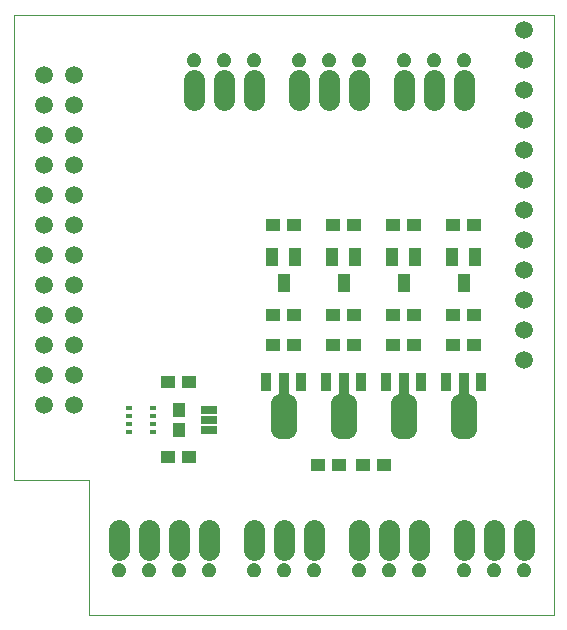
<source format=gts>
G75*
%MOIN*%
%OFA0B0*%
%FSLAX25Y25*%
%IPPOS*%
%LPD*%
%AMOC8*
5,1,8,0,0,1.08239X$1,22.5*
%
%ADD10C,0.00000*%
%ADD11C,0.05943*%
%ADD12C,0.06896*%
%ADD13C,0.04731*%
%ADD14R,0.03550X0.05912*%
%ADD15R,0.03550X0.07880*%
%ADD16C,0.06300*%
%ADD17R,0.04337X0.05912*%
%ADD18R,0.04731X0.04337*%
%ADD19R,0.05400X0.02900*%
%ADD20R,0.04337X0.04731*%
%ADD21R,0.02369X0.01778*%
D10*
X0062595Y0031433D02*
X0062595Y0076433D01*
X0037595Y0076433D01*
X0037595Y0231433D01*
X0217595Y0231433D01*
X0217595Y0031433D01*
X0062595Y0031433D01*
X0070430Y0046433D02*
X0070432Y0046526D01*
X0070438Y0046618D01*
X0070448Y0046710D01*
X0070462Y0046801D01*
X0070479Y0046892D01*
X0070501Y0046982D01*
X0070526Y0047071D01*
X0070555Y0047159D01*
X0070588Y0047245D01*
X0070625Y0047330D01*
X0070665Y0047414D01*
X0070709Y0047495D01*
X0070756Y0047575D01*
X0070806Y0047653D01*
X0070860Y0047728D01*
X0070917Y0047801D01*
X0070977Y0047871D01*
X0071040Y0047939D01*
X0071106Y0048004D01*
X0071174Y0048066D01*
X0071245Y0048126D01*
X0071319Y0048182D01*
X0071395Y0048235D01*
X0071473Y0048284D01*
X0071553Y0048331D01*
X0071635Y0048373D01*
X0071719Y0048413D01*
X0071804Y0048448D01*
X0071891Y0048480D01*
X0071979Y0048509D01*
X0072068Y0048533D01*
X0072158Y0048554D01*
X0072249Y0048570D01*
X0072341Y0048583D01*
X0072433Y0048592D01*
X0072526Y0048597D01*
X0072618Y0048598D01*
X0072711Y0048595D01*
X0072803Y0048588D01*
X0072895Y0048577D01*
X0072986Y0048562D01*
X0073077Y0048544D01*
X0073167Y0048521D01*
X0073255Y0048495D01*
X0073343Y0048465D01*
X0073429Y0048431D01*
X0073513Y0048394D01*
X0073596Y0048352D01*
X0073677Y0048308D01*
X0073757Y0048260D01*
X0073834Y0048209D01*
X0073908Y0048154D01*
X0073981Y0048096D01*
X0074051Y0048036D01*
X0074118Y0047972D01*
X0074182Y0047906D01*
X0074244Y0047836D01*
X0074302Y0047765D01*
X0074357Y0047691D01*
X0074409Y0047614D01*
X0074458Y0047535D01*
X0074504Y0047455D01*
X0074546Y0047372D01*
X0074584Y0047288D01*
X0074619Y0047202D01*
X0074650Y0047115D01*
X0074677Y0047027D01*
X0074700Y0046937D01*
X0074720Y0046847D01*
X0074736Y0046756D01*
X0074748Y0046664D01*
X0074756Y0046572D01*
X0074760Y0046479D01*
X0074760Y0046387D01*
X0074756Y0046294D01*
X0074748Y0046202D01*
X0074736Y0046110D01*
X0074720Y0046019D01*
X0074700Y0045929D01*
X0074677Y0045839D01*
X0074650Y0045751D01*
X0074619Y0045664D01*
X0074584Y0045578D01*
X0074546Y0045494D01*
X0074504Y0045411D01*
X0074458Y0045331D01*
X0074409Y0045252D01*
X0074357Y0045175D01*
X0074302Y0045101D01*
X0074244Y0045030D01*
X0074182Y0044960D01*
X0074118Y0044894D01*
X0074051Y0044830D01*
X0073981Y0044770D01*
X0073908Y0044712D01*
X0073834Y0044657D01*
X0073757Y0044606D01*
X0073678Y0044558D01*
X0073596Y0044514D01*
X0073513Y0044472D01*
X0073429Y0044435D01*
X0073343Y0044401D01*
X0073255Y0044371D01*
X0073167Y0044345D01*
X0073077Y0044322D01*
X0072986Y0044304D01*
X0072895Y0044289D01*
X0072803Y0044278D01*
X0072711Y0044271D01*
X0072618Y0044268D01*
X0072526Y0044269D01*
X0072433Y0044274D01*
X0072341Y0044283D01*
X0072249Y0044296D01*
X0072158Y0044312D01*
X0072068Y0044333D01*
X0071979Y0044357D01*
X0071891Y0044386D01*
X0071804Y0044418D01*
X0071719Y0044453D01*
X0071635Y0044493D01*
X0071553Y0044535D01*
X0071473Y0044582D01*
X0071395Y0044631D01*
X0071319Y0044684D01*
X0071245Y0044740D01*
X0071174Y0044800D01*
X0071106Y0044862D01*
X0071040Y0044927D01*
X0070977Y0044995D01*
X0070917Y0045065D01*
X0070860Y0045138D01*
X0070806Y0045213D01*
X0070756Y0045291D01*
X0070709Y0045371D01*
X0070665Y0045452D01*
X0070625Y0045536D01*
X0070588Y0045621D01*
X0070555Y0045707D01*
X0070526Y0045795D01*
X0070501Y0045884D01*
X0070479Y0045974D01*
X0070462Y0046065D01*
X0070448Y0046156D01*
X0070438Y0046248D01*
X0070432Y0046340D01*
X0070430Y0046433D01*
X0080430Y0046433D02*
X0080432Y0046526D01*
X0080438Y0046618D01*
X0080448Y0046710D01*
X0080462Y0046801D01*
X0080479Y0046892D01*
X0080501Y0046982D01*
X0080526Y0047071D01*
X0080555Y0047159D01*
X0080588Y0047245D01*
X0080625Y0047330D01*
X0080665Y0047414D01*
X0080709Y0047495D01*
X0080756Y0047575D01*
X0080806Y0047653D01*
X0080860Y0047728D01*
X0080917Y0047801D01*
X0080977Y0047871D01*
X0081040Y0047939D01*
X0081106Y0048004D01*
X0081174Y0048066D01*
X0081245Y0048126D01*
X0081319Y0048182D01*
X0081395Y0048235D01*
X0081473Y0048284D01*
X0081553Y0048331D01*
X0081635Y0048373D01*
X0081719Y0048413D01*
X0081804Y0048448D01*
X0081891Y0048480D01*
X0081979Y0048509D01*
X0082068Y0048533D01*
X0082158Y0048554D01*
X0082249Y0048570D01*
X0082341Y0048583D01*
X0082433Y0048592D01*
X0082526Y0048597D01*
X0082618Y0048598D01*
X0082711Y0048595D01*
X0082803Y0048588D01*
X0082895Y0048577D01*
X0082986Y0048562D01*
X0083077Y0048544D01*
X0083167Y0048521D01*
X0083255Y0048495D01*
X0083343Y0048465D01*
X0083429Y0048431D01*
X0083513Y0048394D01*
X0083596Y0048352D01*
X0083677Y0048308D01*
X0083757Y0048260D01*
X0083834Y0048209D01*
X0083908Y0048154D01*
X0083981Y0048096D01*
X0084051Y0048036D01*
X0084118Y0047972D01*
X0084182Y0047906D01*
X0084244Y0047836D01*
X0084302Y0047765D01*
X0084357Y0047691D01*
X0084409Y0047614D01*
X0084458Y0047535D01*
X0084504Y0047455D01*
X0084546Y0047372D01*
X0084584Y0047288D01*
X0084619Y0047202D01*
X0084650Y0047115D01*
X0084677Y0047027D01*
X0084700Y0046937D01*
X0084720Y0046847D01*
X0084736Y0046756D01*
X0084748Y0046664D01*
X0084756Y0046572D01*
X0084760Y0046479D01*
X0084760Y0046387D01*
X0084756Y0046294D01*
X0084748Y0046202D01*
X0084736Y0046110D01*
X0084720Y0046019D01*
X0084700Y0045929D01*
X0084677Y0045839D01*
X0084650Y0045751D01*
X0084619Y0045664D01*
X0084584Y0045578D01*
X0084546Y0045494D01*
X0084504Y0045411D01*
X0084458Y0045331D01*
X0084409Y0045252D01*
X0084357Y0045175D01*
X0084302Y0045101D01*
X0084244Y0045030D01*
X0084182Y0044960D01*
X0084118Y0044894D01*
X0084051Y0044830D01*
X0083981Y0044770D01*
X0083908Y0044712D01*
X0083834Y0044657D01*
X0083757Y0044606D01*
X0083678Y0044558D01*
X0083596Y0044514D01*
X0083513Y0044472D01*
X0083429Y0044435D01*
X0083343Y0044401D01*
X0083255Y0044371D01*
X0083167Y0044345D01*
X0083077Y0044322D01*
X0082986Y0044304D01*
X0082895Y0044289D01*
X0082803Y0044278D01*
X0082711Y0044271D01*
X0082618Y0044268D01*
X0082526Y0044269D01*
X0082433Y0044274D01*
X0082341Y0044283D01*
X0082249Y0044296D01*
X0082158Y0044312D01*
X0082068Y0044333D01*
X0081979Y0044357D01*
X0081891Y0044386D01*
X0081804Y0044418D01*
X0081719Y0044453D01*
X0081635Y0044493D01*
X0081553Y0044535D01*
X0081473Y0044582D01*
X0081395Y0044631D01*
X0081319Y0044684D01*
X0081245Y0044740D01*
X0081174Y0044800D01*
X0081106Y0044862D01*
X0081040Y0044927D01*
X0080977Y0044995D01*
X0080917Y0045065D01*
X0080860Y0045138D01*
X0080806Y0045213D01*
X0080756Y0045291D01*
X0080709Y0045371D01*
X0080665Y0045452D01*
X0080625Y0045536D01*
X0080588Y0045621D01*
X0080555Y0045707D01*
X0080526Y0045795D01*
X0080501Y0045884D01*
X0080479Y0045974D01*
X0080462Y0046065D01*
X0080448Y0046156D01*
X0080438Y0046248D01*
X0080432Y0046340D01*
X0080430Y0046433D01*
X0090430Y0046433D02*
X0090432Y0046526D01*
X0090438Y0046618D01*
X0090448Y0046710D01*
X0090462Y0046801D01*
X0090479Y0046892D01*
X0090501Y0046982D01*
X0090526Y0047071D01*
X0090555Y0047159D01*
X0090588Y0047245D01*
X0090625Y0047330D01*
X0090665Y0047414D01*
X0090709Y0047495D01*
X0090756Y0047575D01*
X0090806Y0047653D01*
X0090860Y0047728D01*
X0090917Y0047801D01*
X0090977Y0047871D01*
X0091040Y0047939D01*
X0091106Y0048004D01*
X0091174Y0048066D01*
X0091245Y0048126D01*
X0091319Y0048182D01*
X0091395Y0048235D01*
X0091473Y0048284D01*
X0091553Y0048331D01*
X0091635Y0048373D01*
X0091719Y0048413D01*
X0091804Y0048448D01*
X0091891Y0048480D01*
X0091979Y0048509D01*
X0092068Y0048533D01*
X0092158Y0048554D01*
X0092249Y0048570D01*
X0092341Y0048583D01*
X0092433Y0048592D01*
X0092526Y0048597D01*
X0092618Y0048598D01*
X0092711Y0048595D01*
X0092803Y0048588D01*
X0092895Y0048577D01*
X0092986Y0048562D01*
X0093077Y0048544D01*
X0093167Y0048521D01*
X0093255Y0048495D01*
X0093343Y0048465D01*
X0093429Y0048431D01*
X0093513Y0048394D01*
X0093596Y0048352D01*
X0093677Y0048308D01*
X0093757Y0048260D01*
X0093834Y0048209D01*
X0093908Y0048154D01*
X0093981Y0048096D01*
X0094051Y0048036D01*
X0094118Y0047972D01*
X0094182Y0047906D01*
X0094244Y0047836D01*
X0094302Y0047765D01*
X0094357Y0047691D01*
X0094409Y0047614D01*
X0094458Y0047535D01*
X0094504Y0047455D01*
X0094546Y0047372D01*
X0094584Y0047288D01*
X0094619Y0047202D01*
X0094650Y0047115D01*
X0094677Y0047027D01*
X0094700Y0046937D01*
X0094720Y0046847D01*
X0094736Y0046756D01*
X0094748Y0046664D01*
X0094756Y0046572D01*
X0094760Y0046479D01*
X0094760Y0046387D01*
X0094756Y0046294D01*
X0094748Y0046202D01*
X0094736Y0046110D01*
X0094720Y0046019D01*
X0094700Y0045929D01*
X0094677Y0045839D01*
X0094650Y0045751D01*
X0094619Y0045664D01*
X0094584Y0045578D01*
X0094546Y0045494D01*
X0094504Y0045411D01*
X0094458Y0045331D01*
X0094409Y0045252D01*
X0094357Y0045175D01*
X0094302Y0045101D01*
X0094244Y0045030D01*
X0094182Y0044960D01*
X0094118Y0044894D01*
X0094051Y0044830D01*
X0093981Y0044770D01*
X0093908Y0044712D01*
X0093834Y0044657D01*
X0093757Y0044606D01*
X0093678Y0044558D01*
X0093596Y0044514D01*
X0093513Y0044472D01*
X0093429Y0044435D01*
X0093343Y0044401D01*
X0093255Y0044371D01*
X0093167Y0044345D01*
X0093077Y0044322D01*
X0092986Y0044304D01*
X0092895Y0044289D01*
X0092803Y0044278D01*
X0092711Y0044271D01*
X0092618Y0044268D01*
X0092526Y0044269D01*
X0092433Y0044274D01*
X0092341Y0044283D01*
X0092249Y0044296D01*
X0092158Y0044312D01*
X0092068Y0044333D01*
X0091979Y0044357D01*
X0091891Y0044386D01*
X0091804Y0044418D01*
X0091719Y0044453D01*
X0091635Y0044493D01*
X0091553Y0044535D01*
X0091473Y0044582D01*
X0091395Y0044631D01*
X0091319Y0044684D01*
X0091245Y0044740D01*
X0091174Y0044800D01*
X0091106Y0044862D01*
X0091040Y0044927D01*
X0090977Y0044995D01*
X0090917Y0045065D01*
X0090860Y0045138D01*
X0090806Y0045213D01*
X0090756Y0045291D01*
X0090709Y0045371D01*
X0090665Y0045452D01*
X0090625Y0045536D01*
X0090588Y0045621D01*
X0090555Y0045707D01*
X0090526Y0045795D01*
X0090501Y0045884D01*
X0090479Y0045974D01*
X0090462Y0046065D01*
X0090448Y0046156D01*
X0090438Y0046248D01*
X0090432Y0046340D01*
X0090430Y0046433D01*
X0100430Y0046433D02*
X0100432Y0046526D01*
X0100438Y0046618D01*
X0100448Y0046710D01*
X0100462Y0046801D01*
X0100479Y0046892D01*
X0100501Y0046982D01*
X0100526Y0047071D01*
X0100555Y0047159D01*
X0100588Y0047245D01*
X0100625Y0047330D01*
X0100665Y0047414D01*
X0100709Y0047495D01*
X0100756Y0047575D01*
X0100806Y0047653D01*
X0100860Y0047728D01*
X0100917Y0047801D01*
X0100977Y0047871D01*
X0101040Y0047939D01*
X0101106Y0048004D01*
X0101174Y0048066D01*
X0101245Y0048126D01*
X0101319Y0048182D01*
X0101395Y0048235D01*
X0101473Y0048284D01*
X0101553Y0048331D01*
X0101635Y0048373D01*
X0101719Y0048413D01*
X0101804Y0048448D01*
X0101891Y0048480D01*
X0101979Y0048509D01*
X0102068Y0048533D01*
X0102158Y0048554D01*
X0102249Y0048570D01*
X0102341Y0048583D01*
X0102433Y0048592D01*
X0102526Y0048597D01*
X0102618Y0048598D01*
X0102711Y0048595D01*
X0102803Y0048588D01*
X0102895Y0048577D01*
X0102986Y0048562D01*
X0103077Y0048544D01*
X0103167Y0048521D01*
X0103255Y0048495D01*
X0103343Y0048465D01*
X0103429Y0048431D01*
X0103513Y0048394D01*
X0103596Y0048352D01*
X0103677Y0048308D01*
X0103757Y0048260D01*
X0103834Y0048209D01*
X0103908Y0048154D01*
X0103981Y0048096D01*
X0104051Y0048036D01*
X0104118Y0047972D01*
X0104182Y0047906D01*
X0104244Y0047836D01*
X0104302Y0047765D01*
X0104357Y0047691D01*
X0104409Y0047614D01*
X0104458Y0047535D01*
X0104504Y0047455D01*
X0104546Y0047372D01*
X0104584Y0047288D01*
X0104619Y0047202D01*
X0104650Y0047115D01*
X0104677Y0047027D01*
X0104700Y0046937D01*
X0104720Y0046847D01*
X0104736Y0046756D01*
X0104748Y0046664D01*
X0104756Y0046572D01*
X0104760Y0046479D01*
X0104760Y0046387D01*
X0104756Y0046294D01*
X0104748Y0046202D01*
X0104736Y0046110D01*
X0104720Y0046019D01*
X0104700Y0045929D01*
X0104677Y0045839D01*
X0104650Y0045751D01*
X0104619Y0045664D01*
X0104584Y0045578D01*
X0104546Y0045494D01*
X0104504Y0045411D01*
X0104458Y0045331D01*
X0104409Y0045252D01*
X0104357Y0045175D01*
X0104302Y0045101D01*
X0104244Y0045030D01*
X0104182Y0044960D01*
X0104118Y0044894D01*
X0104051Y0044830D01*
X0103981Y0044770D01*
X0103908Y0044712D01*
X0103834Y0044657D01*
X0103757Y0044606D01*
X0103678Y0044558D01*
X0103596Y0044514D01*
X0103513Y0044472D01*
X0103429Y0044435D01*
X0103343Y0044401D01*
X0103255Y0044371D01*
X0103167Y0044345D01*
X0103077Y0044322D01*
X0102986Y0044304D01*
X0102895Y0044289D01*
X0102803Y0044278D01*
X0102711Y0044271D01*
X0102618Y0044268D01*
X0102526Y0044269D01*
X0102433Y0044274D01*
X0102341Y0044283D01*
X0102249Y0044296D01*
X0102158Y0044312D01*
X0102068Y0044333D01*
X0101979Y0044357D01*
X0101891Y0044386D01*
X0101804Y0044418D01*
X0101719Y0044453D01*
X0101635Y0044493D01*
X0101553Y0044535D01*
X0101473Y0044582D01*
X0101395Y0044631D01*
X0101319Y0044684D01*
X0101245Y0044740D01*
X0101174Y0044800D01*
X0101106Y0044862D01*
X0101040Y0044927D01*
X0100977Y0044995D01*
X0100917Y0045065D01*
X0100860Y0045138D01*
X0100806Y0045213D01*
X0100756Y0045291D01*
X0100709Y0045371D01*
X0100665Y0045452D01*
X0100625Y0045536D01*
X0100588Y0045621D01*
X0100555Y0045707D01*
X0100526Y0045795D01*
X0100501Y0045884D01*
X0100479Y0045974D01*
X0100462Y0046065D01*
X0100448Y0046156D01*
X0100438Y0046248D01*
X0100432Y0046340D01*
X0100430Y0046433D01*
X0115430Y0046433D02*
X0115432Y0046526D01*
X0115438Y0046618D01*
X0115448Y0046710D01*
X0115462Y0046801D01*
X0115479Y0046892D01*
X0115501Y0046982D01*
X0115526Y0047071D01*
X0115555Y0047159D01*
X0115588Y0047245D01*
X0115625Y0047330D01*
X0115665Y0047414D01*
X0115709Y0047495D01*
X0115756Y0047575D01*
X0115806Y0047653D01*
X0115860Y0047728D01*
X0115917Y0047801D01*
X0115977Y0047871D01*
X0116040Y0047939D01*
X0116106Y0048004D01*
X0116174Y0048066D01*
X0116245Y0048126D01*
X0116319Y0048182D01*
X0116395Y0048235D01*
X0116473Y0048284D01*
X0116553Y0048331D01*
X0116635Y0048373D01*
X0116719Y0048413D01*
X0116804Y0048448D01*
X0116891Y0048480D01*
X0116979Y0048509D01*
X0117068Y0048533D01*
X0117158Y0048554D01*
X0117249Y0048570D01*
X0117341Y0048583D01*
X0117433Y0048592D01*
X0117526Y0048597D01*
X0117618Y0048598D01*
X0117711Y0048595D01*
X0117803Y0048588D01*
X0117895Y0048577D01*
X0117986Y0048562D01*
X0118077Y0048544D01*
X0118167Y0048521D01*
X0118255Y0048495D01*
X0118343Y0048465D01*
X0118429Y0048431D01*
X0118513Y0048394D01*
X0118596Y0048352D01*
X0118677Y0048308D01*
X0118757Y0048260D01*
X0118834Y0048209D01*
X0118908Y0048154D01*
X0118981Y0048096D01*
X0119051Y0048036D01*
X0119118Y0047972D01*
X0119182Y0047906D01*
X0119244Y0047836D01*
X0119302Y0047765D01*
X0119357Y0047691D01*
X0119409Y0047614D01*
X0119458Y0047535D01*
X0119504Y0047455D01*
X0119546Y0047372D01*
X0119584Y0047288D01*
X0119619Y0047202D01*
X0119650Y0047115D01*
X0119677Y0047027D01*
X0119700Y0046937D01*
X0119720Y0046847D01*
X0119736Y0046756D01*
X0119748Y0046664D01*
X0119756Y0046572D01*
X0119760Y0046479D01*
X0119760Y0046387D01*
X0119756Y0046294D01*
X0119748Y0046202D01*
X0119736Y0046110D01*
X0119720Y0046019D01*
X0119700Y0045929D01*
X0119677Y0045839D01*
X0119650Y0045751D01*
X0119619Y0045664D01*
X0119584Y0045578D01*
X0119546Y0045494D01*
X0119504Y0045411D01*
X0119458Y0045331D01*
X0119409Y0045252D01*
X0119357Y0045175D01*
X0119302Y0045101D01*
X0119244Y0045030D01*
X0119182Y0044960D01*
X0119118Y0044894D01*
X0119051Y0044830D01*
X0118981Y0044770D01*
X0118908Y0044712D01*
X0118834Y0044657D01*
X0118757Y0044606D01*
X0118678Y0044558D01*
X0118596Y0044514D01*
X0118513Y0044472D01*
X0118429Y0044435D01*
X0118343Y0044401D01*
X0118255Y0044371D01*
X0118167Y0044345D01*
X0118077Y0044322D01*
X0117986Y0044304D01*
X0117895Y0044289D01*
X0117803Y0044278D01*
X0117711Y0044271D01*
X0117618Y0044268D01*
X0117526Y0044269D01*
X0117433Y0044274D01*
X0117341Y0044283D01*
X0117249Y0044296D01*
X0117158Y0044312D01*
X0117068Y0044333D01*
X0116979Y0044357D01*
X0116891Y0044386D01*
X0116804Y0044418D01*
X0116719Y0044453D01*
X0116635Y0044493D01*
X0116553Y0044535D01*
X0116473Y0044582D01*
X0116395Y0044631D01*
X0116319Y0044684D01*
X0116245Y0044740D01*
X0116174Y0044800D01*
X0116106Y0044862D01*
X0116040Y0044927D01*
X0115977Y0044995D01*
X0115917Y0045065D01*
X0115860Y0045138D01*
X0115806Y0045213D01*
X0115756Y0045291D01*
X0115709Y0045371D01*
X0115665Y0045452D01*
X0115625Y0045536D01*
X0115588Y0045621D01*
X0115555Y0045707D01*
X0115526Y0045795D01*
X0115501Y0045884D01*
X0115479Y0045974D01*
X0115462Y0046065D01*
X0115448Y0046156D01*
X0115438Y0046248D01*
X0115432Y0046340D01*
X0115430Y0046433D01*
X0125430Y0046433D02*
X0125432Y0046526D01*
X0125438Y0046618D01*
X0125448Y0046710D01*
X0125462Y0046801D01*
X0125479Y0046892D01*
X0125501Y0046982D01*
X0125526Y0047071D01*
X0125555Y0047159D01*
X0125588Y0047245D01*
X0125625Y0047330D01*
X0125665Y0047414D01*
X0125709Y0047495D01*
X0125756Y0047575D01*
X0125806Y0047653D01*
X0125860Y0047728D01*
X0125917Y0047801D01*
X0125977Y0047871D01*
X0126040Y0047939D01*
X0126106Y0048004D01*
X0126174Y0048066D01*
X0126245Y0048126D01*
X0126319Y0048182D01*
X0126395Y0048235D01*
X0126473Y0048284D01*
X0126553Y0048331D01*
X0126635Y0048373D01*
X0126719Y0048413D01*
X0126804Y0048448D01*
X0126891Y0048480D01*
X0126979Y0048509D01*
X0127068Y0048533D01*
X0127158Y0048554D01*
X0127249Y0048570D01*
X0127341Y0048583D01*
X0127433Y0048592D01*
X0127526Y0048597D01*
X0127618Y0048598D01*
X0127711Y0048595D01*
X0127803Y0048588D01*
X0127895Y0048577D01*
X0127986Y0048562D01*
X0128077Y0048544D01*
X0128167Y0048521D01*
X0128255Y0048495D01*
X0128343Y0048465D01*
X0128429Y0048431D01*
X0128513Y0048394D01*
X0128596Y0048352D01*
X0128677Y0048308D01*
X0128757Y0048260D01*
X0128834Y0048209D01*
X0128908Y0048154D01*
X0128981Y0048096D01*
X0129051Y0048036D01*
X0129118Y0047972D01*
X0129182Y0047906D01*
X0129244Y0047836D01*
X0129302Y0047765D01*
X0129357Y0047691D01*
X0129409Y0047614D01*
X0129458Y0047535D01*
X0129504Y0047455D01*
X0129546Y0047372D01*
X0129584Y0047288D01*
X0129619Y0047202D01*
X0129650Y0047115D01*
X0129677Y0047027D01*
X0129700Y0046937D01*
X0129720Y0046847D01*
X0129736Y0046756D01*
X0129748Y0046664D01*
X0129756Y0046572D01*
X0129760Y0046479D01*
X0129760Y0046387D01*
X0129756Y0046294D01*
X0129748Y0046202D01*
X0129736Y0046110D01*
X0129720Y0046019D01*
X0129700Y0045929D01*
X0129677Y0045839D01*
X0129650Y0045751D01*
X0129619Y0045664D01*
X0129584Y0045578D01*
X0129546Y0045494D01*
X0129504Y0045411D01*
X0129458Y0045331D01*
X0129409Y0045252D01*
X0129357Y0045175D01*
X0129302Y0045101D01*
X0129244Y0045030D01*
X0129182Y0044960D01*
X0129118Y0044894D01*
X0129051Y0044830D01*
X0128981Y0044770D01*
X0128908Y0044712D01*
X0128834Y0044657D01*
X0128757Y0044606D01*
X0128678Y0044558D01*
X0128596Y0044514D01*
X0128513Y0044472D01*
X0128429Y0044435D01*
X0128343Y0044401D01*
X0128255Y0044371D01*
X0128167Y0044345D01*
X0128077Y0044322D01*
X0127986Y0044304D01*
X0127895Y0044289D01*
X0127803Y0044278D01*
X0127711Y0044271D01*
X0127618Y0044268D01*
X0127526Y0044269D01*
X0127433Y0044274D01*
X0127341Y0044283D01*
X0127249Y0044296D01*
X0127158Y0044312D01*
X0127068Y0044333D01*
X0126979Y0044357D01*
X0126891Y0044386D01*
X0126804Y0044418D01*
X0126719Y0044453D01*
X0126635Y0044493D01*
X0126553Y0044535D01*
X0126473Y0044582D01*
X0126395Y0044631D01*
X0126319Y0044684D01*
X0126245Y0044740D01*
X0126174Y0044800D01*
X0126106Y0044862D01*
X0126040Y0044927D01*
X0125977Y0044995D01*
X0125917Y0045065D01*
X0125860Y0045138D01*
X0125806Y0045213D01*
X0125756Y0045291D01*
X0125709Y0045371D01*
X0125665Y0045452D01*
X0125625Y0045536D01*
X0125588Y0045621D01*
X0125555Y0045707D01*
X0125526Y0045795D01*
X0125501Y0045884D01*
X0125479Y0045974D01*
X0125462Y0046065D01*
X0125448Y0046156D01*
X0125438Y0046248D01*
X0125432Y0046340D01*
X0125430Y0046433D01*
X0135430Y0046433D02*
X0135432Y0046526D01*
X0135438Y0046618D01*
X0135448Y0046710D01*
X0135462Y0046801D01*
X0135479Y0046892D01*
X0135501Y0046982D01*
X0135526Y0047071D01*
X0135555Y0047159D01*
X0135588Y0047245D01*
X0135625Y0047330D01*
X0135665Y0047414D01*
X0135709Y0047495D01*
X0135756Y0047575D01*
X0135806Y0047653D01*
X0135860Y0047728D01*
X0135917Y0047801D01*
X0135977Y0047871D01*
X0136040Y0047939D01*
X0136106Y0048004D01*
X0136174Y0048066D01*
X0136245Y0048126D01*
X0136319Y0048182D01*
X0136395Y0048235D01*
X0136473Y0048284D01*
X0136553Y0048331D01*
X0136635Y0048373D01*
X0136719Y0048413D01*
X0136804Y0048448D01*
X0136891Y0048480D01*
X0136979Y0048509D01*
X0137068Y0048533D01*
X0137158Y0048554D01*
X0137249Y0048570D01*
X0137341Y0048583D01*
X0137433Y0048592D01*
X0137526Y0048597D01*
X0137618Y0048598D01*
X0137711Y0048595D01*
X0137803Y0048588D01*
X0137895Y0048577D01*
X0137986Y0048562D01*
X0138077Y0048544D01*
X0138167Y0048521D01*
X0138255Y0048495D01*
X0138343Y0048465D01*
X0138429Y0048431D01*
X0138513Y0048394D01*
X0138596Y0048352D01*
X0138677Y0048308D01*
X0138757Y0048260D01*
X0138834Y0048209D01*
X0138908Y0048154D01*
X0138981Y0048096D01*
X0139051Y0048036D01*
X0139118Y0047972D01*
X0139182Y0047906D01*
X0139244Y0047836D01*
X0139302Y0047765D01*
X0139357Y0047691D01*
X0139409Y0047614D01*
X0139458Y0047535D01*
X0139504Y0047455D01*
X0139546Y0047372D01*
X0139584Y0047288D01*
X0139619Y0047202D01*
X0139650Y0047115D01*
X0139677Y0047027D01*
X0139700Y0046937D01*
X0139720Y0046847D01*
X0139736Y0046756D01*
X0139748Y0046664D01*
X0139756Y0046572D01*
X0139760Y0046479D01*
X0139760Y0046387D01*
X0139756Y0046294D01*
X0139748Y0046202D01*
X0139736Y0046110D01*
X0139720Y0046019D01*
X0139700Y0045929D01*
X0139677Y0045839D01*
X0139650Y0045751D01*
X0139619Y0045664D01*
X0139584Y0045578D01*
X0139546Y0045494D01*
X0139504Y0045411D01*
X0139458Y0045331D01*
X0139409Y0045252D01*
X0139357Y0045175D01*
X0139302Y0045101D01*
X0139244Y0045030D01*
X0139182Y0044960D01*
X0139118Y0044894D01*
X0139051Y0044830D01*
X0138981Y0044770D01*
X0138908Y0044712D01*
X0138834Y0044657D01*
X0138757Y0044606D01*
X0138678Y0044558D01*
X0138596Y0044514D01*
X0138513Y0044472D01*
X0138429Y0044435D01*
X0138343Y0044401D01*
X0138255Y0044371D01*
X0138167Y0044345D01*
X0138077Y0044322D01*
X0137986Y0044304D01*
X0137895Y0044289D01*
X0137803Y0044278D01*
X0137711Y0044271D01*
X0137618Y0044268D01*
X0137526Y0044269D01*
X0137433Y0044274D01*
X0137341Y0044283D01*
X0137249Y0044296D01*
X0137158Y0044312D01*
X0137068Y0044333D01*
X0136979Y0044357D01*
X0136891Y0044386D01*
X0136804Y0044418D01*
X0136719Y0044453D01*
X0136635Y0044493D01*
X0136553Y0044535D01*
X0136473Y0044582D01*
X0136395Y0044631D01*
X0136319Y0044684D01*
X0136245Y0044740D01*
X0136174Y0044800D01*
X0136106Y0044862D01*
X0136040Y0044927D01*
X0135977Y0044995D01*
X0135917Y0045065D01*
X0135860Y0045138D01*
X0135806Y0045213D01*
X0135756Y0045291D01*
X0135709Y0045371D01*
X0135665Y0045452D01*
X0135625Y0045536D01*
X0135588Y0045621D01*
X0135555Y0045707D01*
X0135526Y0045795D01*
X0135501Y0045884D01*
X0135479Y0045974D01*
X0135462Y0046065D01*
X0135448Y0046156D01*
X0135438Y0046248D01*
X0135432Y0046340D01*
X0135430Y0046433D01*
X0150430Y0046433D02*
X0150432Y0046526D01*
X0150438Y0046618D01*
X0150448Y0046710D01*
X0150462Y0046801D01*
X0150479Y0046892D01*
X0150501Y0046982D01*
X0150526Y0047071D01*
X0150555Y0047159D01*
X0150588Y0047245D01*
X0150625Y0047330D01*
X0150665Y0047414D01*
X0150709Y0047495D01*
X0150756Y0047575D01*
X0150806Y0047653D01*
X0150860Y0047728D01*
X0150917Y0047801D01*
X0150977Y0047871D01*
X0151040Y0047939D01*
X0151106Y0048004D01*
X0151174Y0048066D01*
X0151245Y0048126D01*
X0151319Y0048182D01*
X0151395Y0048235D01*
X0151473Y0048284D01*
X0151553Y0048331D01*
X0151635Y0048373D01*
X0151719Y0048413D01*
X0151804Y0048448D01*
X0151891Y0048480D01*
X0151979Y0048509D01*
X0152068Y0048533D01*
X0152158Y0048554D01*
X0152249Y0048570D01*
X0152341Y0048583D01*
X0152433Y0048592D01*
X0152526Y0048597D01*
X0152618Y0048598D01*
X0152711Y0048595D01*
X0152803Y0048588D01*
X0152895Y0048577D01*
X0152986Y0048562D01*
X0153077Y0048544D01*
X0153167Y0048521D01*
X0153255Y0048495D01*
X0153343Y0048465D01*
X0153429Y0048431D01*
X0153513Y0048394D01*
X0153596Y0048352D01*
X0153677Y0048308D01*
X0153757Y0048260D01*
X0153834Y0048209D01*
X0153908Y0048154D01*
X0153981Y0048096D01*
X0154051Y0048036D01*
X0154118Y0047972D01*
X0154182Y0047906D01*
X0154244Y0047836D01*
X0154302Y0047765D01*
X0154357Y0047691D01*
X0154409Y0047614D01*
X0154458Y0047535D01*
X0154504Y0047455D01*
X0154546Y0047372D01*
X0154584Y0047288D01*
X0154619Y0047202D01*
X0154650Y0047115D01*
X0154677Y0047027D01*
X0154700Y0046937D01*
X0154720Y0046847D01*
X0154736Y0046756D01*
X0154748Y0046664D01*
X0154756Y0046572D01*
X0154760Y0046479D01*
X0154760Y0046387D01*
X0154756Y0046294D01*
X0154748Y0046202D01*
X0154736Y0046110D01*
X0154720Y0046019D01*
X0154700Y0045929D01*
X0154677Y0045839D01*
X0154650Y0045751D01*
X0154619Y0045664D01*
X0154584Y0045578D01*
X0154546Y0045494D01*
X0154504Y0045411D01*
X0154458Y0045331D01*
X0154409Y0045252D01*
X0154357Y0045175D01*
X0154302Y0045101D01*
X0154244Y0045030D01*
X0154182Y0044960D01*
X0154118Y0044894D01*
X0154051Y0044830D01*
X0153981Y0044770D01*
X0153908Y0044712D01*
X0153834Y0044657D01*
X0153757Y0044606D01*
X0153678Y0044558D01*
X0153596Y0044514D01*
X0153513Y0044472D01*
X0153429Y0044435D01*
X0153343Y0044401D01*
X0153255Y0044371D01*
X0153167Y0044345D01*
X0153077Y0044322D01*
X0152986Y0044304D01*
X0152895Y0044289D01*
X0152803Y0044278D01*
X0152711Y0044271D01*
X0152618Y0044268D01*
X0152526Y0044269D01*
X0152433Y0044274D01*
X0152341Y0044283D01*
X0152249Y0044296D01*
X0152158Y0044312D01*
X0152068Y0044333D01*
X0151979Y0044357D01*
X0151891Y0044386D01*
X0151804Y0044418D01*
X0151719Y0044453D01*
X0151635Y0044493D01*
X0151553Y0044535D01*
X0151473Y0044582D01*
X0151395Y0044631D01*
X0151319Y0044684D01*
X0151245Y0044740D01*
X0151174Y0044800D01*
X0151106Y0044862D01*
X0151040Y0044927D01*
X0150977Y0044995D01*
X0150917Y0045065D01*
X0150860Y0045138D01*
X0150806Y0045213D01*
X0150756Y0045291D01*
X0150709Y0045371D01*
X0150665Y0045452D01*
X0150625Y0045536D01*
X0150588Y0045621D01*
X0150555Y0045707D01*
X0150526Y0045795D01*
X0150501Y0045884D01*
X0150479Y0045974D01*
X0150462Y0046065D01*
X0150448Y0046156D01*
X0150438Y0046248D01*
X0150432Y0046340D01*
X0150430Y0046433D01*
X0160430Y0046433D02*
X0160432Y0046526D01*
X0160438Y0046618D01*
X0160448Y0046710D01*
X0160462Y0046801D01*
X0160479Y0046892D01*
X0160501Y0046982D01*
X0160526Y0047071D01*
X0160555Y0047159D01*
X0160588Y0047245D01*
X0160625Y0047330D01*
X0160665Y0047414D01*
X0160709Y0047495D01*
X0160756Y0047575D01*
X0160806Y0047653D01*
X0160860Y0047728D01*
X0160917Y0047801D01*
X0160977Y0047871D01*
X0161040Y0047939D01*
X0161106Y0048004D01*
X0161174Y0048066D01*
X0161245Y0048126D01*
X0161319Y0048182D01*
X0161395Y0048235D01*
X0161473Y0048284D01*
X0161553Y0048331D01*
X0161635Y0048373D01*
X0161719Y0048413D01*
X0161804Y0048448D01*
X0161891Y0048480D01*
X0161979Y0048509D01*
X0162068Y0048533D01*
X0162158Y0048554D01*
X0162249Y0048570D01*
X0162341Y0048583D01*
X0162433Y0048592D01*
X0162526Y0048597D01*
X0162618Y0048598D01*
X0162711Y0048595D01*
X0162803Y0048588D01*
X0162895Y0048577D01*
X0162986Y0048562D01*
X0163077Y0048544D01*
X0163167Y0048521D01*
X0163255Y0048495D01*
X0163343Y0048465D01*
X0163429Y0048431D01*
X0163513Y0048394D01*
X0163596Y0048352D01*
X0163677Y0048308D01*
X0163757Y0048260D01*
X0163834Y0048209D01*
X0163908Y0048154D01*
X0163981Y0048096D01*
X0164051Y0048036D01*
X0164118Y0047972D01*
X0164182Y0047906D01*
X0164244Y0047836D01*
X0164302Y0047765D01*
X0164357Y0047691D01*
X0164409Y0047614D01*
X0164458Y0047535D01*
X0164504Y0047455D01*
X0164546Y0047372D01*
X0164584Y0047288D01*
X0164619Y0047202D01*
X0164650Y0047115D01*
X0164677Y0047027D01*
X0164700Y0046937D01*
X0164720Y0046847D01*
X0164736Y0046756D01*
X0164748Y0046664D01*
X0164756Y0046572D01*
X0164760Y0046479D01*
X0164760Y0046387D01*
X0164756Y0046294D01*
X0164748Y0046202D01*
X0164736Y0046110D01*
X0164720Y0046019D01*
X0164700Y0045929D01*
X0164677Y0045839D01*
X0164650Y0045751D01*
X0164619Y0045664D01*
X0164584Y0045578D01*
X0164546Y0045494D01*
X0164504Y0045411D01*
X0164458Y0045331D01*
X0164409Y0045252D01*
X0164357Y0045175D01*
X0164302Y0045101D01*
X0164244Y0045030D01*
X0164182Y0044960D01*
X0164118Y0044894D01*
X0164051Y0044830D01*
X0163981Y0044770D01*
X0163908Y0044712D01*
X0163834Y0044657D01*
X0163757Y0044606D01*
X0163678Y0044558D01*
X0163596Y0044514D01*
X0163513Y0044472D01*
X0163429Y0044435D01*
X0163343Y0044401D01*
X0163255Y0044371D01*
X0163167Y0044345D01*
X0163077Y0044322D01*
X0162986Y0044304D01*
X0162895Y0044289D01*
X0162803Y0044278D01*
X0162711Y0044271D01*
X0162618Y0044268D01*
X0162526Y0044269D01*
X0162433Y0044274D01*
X0162341Y0044283D01*
X0162249Y0044296D01*
X0162158Y0044312D01*
X0162068Y0044333D01*
X0161979Y0044357D01*
X0161891Y0044386D01*
X0161804Y0044418D01*
X0161719Y0044453D01*
X0161635Y0044493D01*
X0161553Y0044535D01*
X0161473Y0044582D01*
X0161395Y0044631D01*
X0161319Y0044684D01*
X0161245Y0044740D01*
X0161174Y0044800D01*
X0161106Y0044862D01*
X0161040Y0044927D01*
X0160977Y0044995D01*
X0160917Y0045065D01*
X0160860Y0045138D01*
X0160806Y0045213D01*
X0160756Y0045291D01*
X0160709Y0045371D01*
X0160665Y0045452D01*
X0160625Y0045536D01*
X0160588Y0045621D01*
X0160555Y0045707D01*
X0160526Y0045795D01*
X0160501Y0045884D01*
X0160479Y0045974D01*
X0160462Y0046065D01*
X0160448Y0046156D01*
X0160438Y0046248D01*
X0160432Y0046340D01*
X0160430Y0046433D01*
X0170430Y0046433D02*
X0170432Y0046526D01*
X0170438Y0046618D01*
X0170448Y0046710D01*
X0170462Y0046801D01*
X0170479Y0046892D01*
X0170501Y0046982D01*
X0170526Y0047071D01*
X0170555Y0047159D01*
X0170588Y0047245D01*
X0170625Y0047330D01*
X0170665Y0047414D01*
X0170709Y0047495D01*
X0170756Y0047575D01*
X0170806Y0047653D01*
X0170860Y0047728D01*
X0170917Y0047801D01*
X0170977Y0047871D01*
X0171040Y0047939D01*
X0171106Y0048004D01*
X0171174Y0048066D01*
X0171245Y0048126D01*
X0171319Y0048182D01*
X0171395Y0048235D01*
X0171473Y0048284D01*
X0171553Y0048331D01*
X0171635Y0048373D01*
X0171719Y0048413D01*
X0171804Y0048448D01*
X0171891Y0048480D01*
X0171979Y0048509D01*
X0172068Y0048533D01*
X0172158Y0048554D01*
X0172249Y0048570D01*
X0172341Y0048583D01*
X0172433Y0048592D01*
X0172526Y0048597D01*
X0172618Y0048598D01*
X0172711Y0048595D01*
X0172803Y0048588D01*
X0172895Y0048577D01*
X0172986Y0048562D01*
X0173077Y0048544D01*
X0173167Y0048521D01*
X0173255Y0048495D01*
X0173343Y0048465D01*
X0173429Y0048431D01*
X0173513Y0048394D01*
X0173596Y0048352D01*
X0173677Y0048308D01*
X0173757Y0048260D01*
X0173834Y0048209D01*
X0173908Y0048154D01*
X0173981Y0048096D01*
X0174051Y0048036D01*
X0174118Y0047972D01*
X0174182Y0047906D01*
X0174244Y0047836D01*
X0174302Y0047765D01*
X0174357Y0047691D01*
X0174409Y0047614D01*
X0174458Y0047535D01*
X0174504Y0047455D01*
X0174546Y0047372D01*
X0174584Y0047288D01*
X0174619Y0047202D01*
X0174650Y0047115D01*
X0174677Y0047027D01*
X0174700Y0046937D01*
X0174720Y0046847D01*
X0174736Y0046756D01*
X0174748Y0046664D01*
X0174756Y0046572D01*
X0174760Y0046479D01*
X0174760Y0046387D01*
X0174756Y0046294D01*
X0174748Y0046202D01*
X0174736Y0046110D01*
X0174720Y0046019D01*
X0174700Y0045929D01*
X0174677Y0045839D01*
X0174650Y0045751D01*
X0174619Y0045664D01*
X0174584Y0045578D01*
X0174546Y0045494D01*
X0174504Y0045411D01*
X0174458Y0045331D01*
X0174409Y0045252D01*
X0174357Y0045175D01*
X0174302Y0045101D01*
X0174244Y0045030D01*
X0174182Y0044960D01*
X0174118Y0044894D01*
X0174051Y0044830D01*
X0173981Y0044770D01*
X0173908Y0044712D01*
X0173834Y0044657D01*
X0173757Y0044606D01*
X0173678Y0044558D01*
X0173596Y0044514D01*
X0173513Y0044472D01*
X0173429Y0044435D01*
X0173343Y0044401D01*
X0173255Y0044371D01*
X0173167Y0044345D01*
X0173077Y0044322D01*
X0172986Y0044304D01*
X0172895Y0044289D01*
X0172803Y0044278D01*
X0172711Y0044271D01*
X0172618Y0044268D01*
X0172526Y0044269D01*
X0172433Y0044274D01*
X0172341Y0044283D01*
X0172249Y0044296D01*
X0172158Y0044312D01*
X0172068Y0044333D01*
X0171979Y0044357D01*
X0171891Y0044386D01*
X0171804Y0044418D01*
X0171719Y0044453D01*
X0171635Y0044493D01*
X0171553Y0044535D01*
X0171473Y0044582D01*
X0171395Y0044631D01*
X0171319Y0044684D01*
X0171245Y0044740D01*
X0171174Y0044800D01*
X0171106Y0044862D01*
X0171040Y0044927D01*
X0170977Y0044995D01*
X0170917Y0045065D01*
X0170860Y0045138D01*
X0170806Y0045213D01*
X0170756Y0045291D01*
X0170709Y0045371D01*
X0170665Y0045452D01*
X0170625Y0045536D01*
X0170588Y0045621D01*
X0170555Y0045707D01*
X0170526Y0045795D01*
X0170501Y0045884D01*
X0170479Y0045974D01*
X0170462Y0046065D01*
X0170448Y0046156D01*
X0170438Y0046248D01*
X0170432Y0046340D01*
X0170430Y0046433D01*
X0185430Y0046433D02*
X0185432Y0046526D01*
X0185438Y0046618D01*
X0185448Y0046710D01*
X0185462Y0046801D01*
X0185479Y0046892D01*
X0185501Y0046982D01*
X0185526Y0047071D01*
X0185555Y0047159D01*
X0185588Y0047245D01*
X0185625Y0047330D01*
X0185665Y0047414D01*
X0185709Y0047495D01*
X0185756Y0047575D01*
X0185806Y0047653D01*
X0185860Y0047728D01*
X0185917Y0047801D01*
X0185977Y0047871D01*
X0186040Y0047939D01*
X0186106Y0048004D01*
X0186174Y0048066D01*
X0186245Y0048126D01*
X0186319Y0048182D01*
X0186395Y0048235D01*
X0186473Y0048284D01*
X0186553Y0048331D01*
X0186635Y0048373D01*
X0186719Y0048413D01*
X0186804Y0048448D01*
X0186891Y0048480D01*
X0186979Y0048509D01*
X0187068Y0048533D01*
X0187158Y0048554D01*
X0187249Y0048570D01*
X0187341Y0048583D01*
X0187433Y0048592D01*
X0187526Y0048597D01*
X0187618Y0048598D01*
X0187711Y0048595D01*
X0187803Y0048588D01*
X0187895Y0048577D01*
X0187986Y0048562D01*
X0188077Y0048544D01*
X0188167Y0048521D01*
X0188255Y0048495D01*
X0188343Y0048465D01*
X0188429Y0048431D01*
X0188513Y0048394D01*
X0188596Y0048352D01*
X0188677Y0048308D01*
X0188757Y0048260D01*
X0188834Y0048209D01*
X0188908Y0048154D01*
X0188981Y0048096D01*
X0189051Y0048036D01*
X0189118Y0047972D01*
X0189182Y0047906D01*
X0189244Y0047836D01*
X0189302Y0047765D01*
X0189357Y0047691D01*
X0189409Y0047614D01*
X0189458Y0047535D01*
X0189504Y0047455D01*
X0189546Y0047372D01*
X0189584Y0047288D01*
X0189619Y0047202D01*
X0189650Y0047115D01*
X0189677Y0047027D01*
X0189700Y0046937D01*
X0189720Y0046847D01*
X0189736Y0046756D01*
X0189748Y0046664D01*
X0189756Y0046572D01*
X0189760Y0046479D01*
X0189760Y0046387D01*
X0189756Y0046294D01*
X0189748Y0046202D01*
X0189736Y0046110D01*
X0189720Y0046019D01*
X0189700Y0045929D01*
X0189677Y0045839D01*
X0189650Y0045751D01*
X0189619Y0045664D01*
X0189584Y0045578D01*
X0189546Y0045494D01*
X0189504Y0045411D01*
X0189458Y0045331D01*
X0189409Y0045252D01*
X0189357Y0045175D01*
X0189302Y0045101D01*
X0189244Y0045030D01*
X0189182Y0044960D01*
X0189118Y0044894D01*
X0189051Y0044830D01*
X0188981Y0044770D01*
X0188908Y0044712D01*
X0188834Y0044657D01*
X0188757Y0044606D01*
X0188678Y0044558D01*
X0188596Y0044514D01*
X0188513Y0044472D01*
X0188429Y0044435D01*
X0188343Y0044401D01*
X0188255Y0044371D01*
X0188167Y0044345D01*
X0188077Y0044322D01*
X0187986Y0044304D01*
X0187895Y0044289D01*
X0187803Y0044278D01*
X0187711Y0044271D01*
X0187618Y0044268D01*
X0187526Y0044269D01*
X0187433Y0044274D01*
X0187341Y0044283D01*
X0187249Y0044296D01*
X0187158Y0044312D01*
X0187068Y0044333D01*
X0186979Y0044357D01*
X0186891Y0044386D01*
X0186804Y0044418D01*
X0186719Y0044453D01*
X0186635Y0044493D01*
X0186553Y0044535D01*
X0186473Y0044582D01*
X0186395Y0044631D01*
X0186319Y0044684D01*
X0186245Y0044740D01*
X0186174Y0044800D01*
X0186106Y0044862D01*
X0186040Y0044927D01*
X0185977Y0044995D01*
X0185917Y0045065D01*
X0185860Y0045138D01*
X0185806Y0045213D01*
X0185756Y0045291D01*
X0185709Y0045371D01*
X0185665Y0045452D01*
X0185625Y0045536D01*
X0185588Y0045621D01*
X0185555Y0045707D01*
X0185526Y0045795D01*
X0185501Y0045884D01*
X0185479Y0045974D01*
X0185462Y0046065D01*
X0185448Y0046156D01*
X0185438Y0046248D01*
X0185432Y0046340D01*
X0185430Y0046433D01*
X0195430Y0046433D02*
X0195432Y0046526D01*
X0195438Y0046618D01*
X0195448Y0046710D01*
X0195462Y0046801D01*
X0195479Y0046892D01*
X0195501Y0046982D01*
X0195526Y0047071D01*
X0195555Y0047159D01*
X0195588Y0047245D01*
X0195625Y0047330D01*
X0195665Y0047414D01*
X0195709Y0047495D01*
X0195756Y0047575D01*
X0195806Y0047653D01*
X0195860Y0047728D01*
X0195917Y0047801D01*
X0195977Y0047871D01*
X0196040Y0047939D01*
X0196106Y0048004D01*
X0196174Y0048066D01*
X0196245Y0048126D01*
X0196319Y0048182D01*
X0196395Y0048235D01*
X0196473Y0048284D01*
X0196553Y0048331D01*
X0196635Y0048373D01*
X0196719Y0048413D01*
X0196804Y0048448D01*
X0196891Y0048480D01*
X0196979Y0048509D01*
X0197068Y0048533D01*
X0197158Y0048554D01*
X0197249Y0048570D01*
X0197341Y0048583D01*
X0197433Y0048592D01*
X0197526Y0048597D01*
X0197618Y0048598D01*
X0197711Y0048595D01*
X0197803Y0048588D01*
X0197895Y0048577D01*
X0197986Y0048562D01*
X0198077Y0048544D01*
X0198167Y0048521D01*
X0198255Y0048495D01*
X0198343Y0048465D01*
X0198429Y0048431D01*
X0198513Y0048394D01*
X0198596Y0048352D01*
X0198677Y0048308D01*
X0198757Y0048260D01*
X0198834Y0048209D01*
X0198908Y0048154D01*
X0198981Y0048096D01*
X0199051Y0048036D01*
X0199118Y0047972D01*
X0199182Y0047906D01*
X0199244Y0047836D01*
X0199302Y0047765D01*
X0199357Y0047691D01*
X0199409Y0047614D01*
X0199458Y0047535D01*
X0199504Y0047455D01*
X0199546Y0047372D01*
X0199584Y0047288D01*
X0199619Y0047202D01*
X0199650Y0047115D01*
X0199677Y0047027D01*
X0199700Y0046937D01*
X0199720Y0046847D01*
X0199736Y0046756D01*
X0199748Y0046664D01*
X0199756Y0046572D01*
X0199760Y0046479D01*
X0199760Y0046387D01*
X0199756Y0046294D01*
X0199748Y0046202D01*
X0199736Y0046110D01*
X0199720Y0046019D01*
X0199700Y0045929D01*
X0199677Y0045839D01*
X0199650Y0045751D01*
X0199619Y0045664D01*
X0199584Y0045578D01*
X0199546Y0045494D01*
X0199504Y0045411D01*
X0199458Y0045331D01*
X0199409Y0045252D01*
X0199357Y0045175D01*
X0199302Y0045101D01*
X0199244Y0045030D01*
X0199182Y0044960D01*
X0199118Y0044894D01*
X0199051Y0044830D01*
X0198981Y0044770D01*
X0198908Y0044712D01*
X0198834Y0044657D01*
X0198757Y0044606D01*
X0198678Y0044558D01*
X0198596Y0044514D01*
X0198513Y0044472D01*
X0198429Y0044435D01*
X0198343Y0044401D01*
X0198255Y0044371D01*
X0198167Y0044345D01*
X0198077Y0044322D01*
X0197986Y0044304D01*
X0197895Y0044289D01*
X0197803Y0044278D01*
X0197711Y0044271D01*
X0197618Y0044268D01*
X0197526Y0044269D01*
X0197433Y0044274D01*
X0197341Y0044283D01*
X0197249Y0044296D01*
X0197158Y0044312D01*
X0197068Y0044333D01*
X0196979Y0044357D01*
X0196891Y0044386D01*
X0196804Y0044418D01*
X0196719Y0044453D01*
X0196635Y0044493D01*
X0196553Y0044535D01*
X0196473Y0044582D01*
X0196395Y0044631D01*
X0196319Y0044684D01*
X0196245Y0044740D01*
X0196174Y0044800D01*
X0196106Y0044862D01*
X0196040Y0044927D01*
X0195977Y0044995D01*
X0195917Y0045065D01*
X0195860Y0045138D01*
X0195806Y0045213D01*
X0195756Y0045291D01*
X0195709Y0045371D01*
X0195665Y0045452D01*
X0195625Y0045536D01*
X0195588Y0045621D01*
X0195555Y0045707D01*
X0195526Y0045795D01*
X0195501Y0045884D01*
X0195479Y0045974D01*
X0195462Y0046065D01*
X0195448Y0046156D01*
X0195438Y0046248D01*
X0195432Y0046340D01*
X0195430Y0046433D01*
X0205430Y0046433D02*
X0205432Y0046526D01*
X0205438Y0046618D01*
X0205448Y0046710D01*
X0205462Y0046801D01*
X0205479Y0046892D01*
X0205501Y0046982D01*
X0205526Y0047071D01*
X0205555Y0047159D01*
X0205588Y0047245D01*
X0205625Y0047330D01*
X0205665Y0047414D01*
X0205709Y0047495D01*
X0205756Y0047575D01*
X0205806Y0047653D01*
X0205860Y0047728D01*
X0205917Y0047801D01*
X0205977Y0047871D01*
X0206040Y0047939D01*
X0206106Y0048004D01*
X0206174Y0048066D01*
X0206245Y0048126D01*
X0206319Y0048182D01*
X0206395Y0048235D01*
X0206473Y0048284D01*
X0206553Y0048331D01*
X0206635Y0048373D01*
X0206719Y0048413D01*
X0206804Y0048448D01*
X0206891Y0048480D01*
X0206979Y0048509D01*
X0207068Y0048533D01*
X0207158Y0048554D01*
X0207249Y0048570D01*
X0207341Y0048583D01*
X0207433Y0048592D01*
X0207526Y0048597D01*
X0207618Y0048598D01*
X0207711Y0048595D01*
X0207803Y0048588D01*
X0207895Y0048577D01*
X0207986Y0048562D01*
X0208077Y0048544D01*
X0208167Y0048521D01*
X0208255Y0048495D01*
X0208343Y0048465D01*
X0208429Y0048431D01*
X0208513Y0048394D01*
X0208596Y0048352D01*
X0208677Y0048308D01*
X0208757Y0048260D01*
X0208834Y0048209D01*
X0208908Y0048154D01*
X0208981Y0048096D01*
X0209051Y0048036D01*
X0209118Y0047972D01*
X0209182Y0047906D01*
X0209244Y0047836D01*
X0209302Y0047765D01*
X0209357Y0047691D01*
X0209409Y0047614D01*
X0209458Y0047535D01*
X0209504Y0047455D01*
X0209546Y0047372D01*
X0209584Y0047288D01*
X0209619Y0047202D01*
X0209650Y0047115D01*
X0209677Y0047027D01*
X0209700Y0046937D01*
X0209720Y0046847D01*
X0209736Y0046756D01*
X0209748Y0046664D01*
X0209756Y0046572D01*
X0209760Y0046479D01*
X0209760Y0046387D01*
X0209756Y0046294D01*
X0209748Y0046202D01*
X0209736Y0046110D01*
X0209720Y0046019D01*
X0209700Y0045929D01*
X0209677Y0045839D01*
X0209650Y0045751D01*
X0209619Y0045664D01*
X0209584Y0045578D01*
X0209546Y0045494D01*
X0209504Y0045411D01*
X0209458Y0045331D01*
X0209409Y0045252D01*
X0209357Y0045175D01*
X0209302Y0045101D01*
X0209244Y0045030D01*
X0209182Y0044960D01*
X0209118Y0044894D01*
X0209051Y0044830D01*
X0208981Y0044770D01*
X0208908Y0044712D01*
X0208834Y0044657D01*
X0208757Y0044606D01*
X0208678Y0044558D01*
X0208596Y0044514D01*
X0208513Y0044472D01*
X0208429Y0044435D01*
X0208343Y0044401D01*
X0208255Y0044371D01*
X0208167Y0044345D01*
X0208077Y0044322D01*
X0207986Y0044304D01*
X0207895Y0044289D01*
X0207803Y0044278D01*
X0207711Y0044271D01*
X0207618Y0044268D01*
X0207526Y0044269D01*
X0207433Y0044274D01*
X0207341Y0044283D01*
X0207249Y0044296D01*
X0207158Y0044312D01*
X0207068Y0044333D01*
X0206979Y0044357D01*
X0206891Y0044386D01*
X0206804Y0044418D01*
X0206719Y0044453D01*
X0206635Y0044493D01*
X0206553Y0044535D01*
X0206473Y0044582D01*
X0206395Y0044631D01*
X0206319Y0044684D01*
X0206245Y0044740D01*
X0206174Y0044800D01*
X0206106Y0044862D01*
X0206040Y0044927D01*
X0205977Y0044995D01*
X0205917Y0045065D01*
X0205860Y0045138D01*
X0205806Y0045213D01*
X0205756Y0045291D01*
X0205709Y0045371D01*
X0205665Y0045452D01*
X0205625Y0045536D01*
X0205588Y0045621D01*
X0205555Y0045707D01*
X0205526Y0045795D01*
X0205501Y0045884D01*
X0205479Y0045974D01*
X0205462Y0046065D01*
X0205448Y0046156D01*
X0205438Y0046248D01*
X0205432Y0046340D01*
X0205430Y0046433D01*
X0185430Y0216433D02*
X0185432Y0216526D01*
X0185438Y0216618D01*
X0185448Y0216710D01*
X0185462Y0216801D01*
X0185479Y0216892D01*
X0185501Y0216982D01*
X0185526Y0217071D01*
X0185555Y0217159D01*
X0185588Y0217245D01*
X0185625Y0217330D01*
X0185665Y0217414D01*
X0185709Y0217495D01*
X0185756Y0217575D01*
X0185806Y0217653D01*
X0185860Y0217728D01*
X0185917Y0217801D01*
X0185977Y0217871D01*
X0186040Y0217939D01*
X0186106Y0218004D01*
X0186174Y0218066D01*
X0186245Y0218126D01*
X0186319Y0218182D01*
X0186395Y0218235D01*
X0186473Y0218284D01*
X0186553Y0218331D01*
X0186635Y0218373D01*
X0186719Y0218413D01*
X0186804Y0218448D01*
X0186891Y0218480D01*
X0186979Y0218509D01*
X0187068Y0218533D01*
X0187158Y0218554D01*
X0187249Y0218570D01*
X0187341Y0218583D01*
X0187433Y0218592D01*
X0187526Y0218597D01*
X0187618Y0218598D01*
X0187711Y0218595D01*
X0187803Y0218588D01*
X0187895Y0218577D01*
X0187986Y0218562D01*
X0188077Y0218544D01*
X0188167Y0218521D01*
X0188255Y0218495D01*
X0188343Y0218465D01*
X0188429Y0218431D01*
X0188513Y0218394D01*
X0188596Y0218352D01*
X0188677Y0218308D01*
X0188757Y0218260D01*
X0188834Y0218209D01*
X0188908Y0218154D01*
X0188981Y0218096D01*
X0189051Y0218036D01*
X0189118Y0217972D01*
X0189182Y0217906D01*
X0189244Y0217836D01*
X0189302Y0217765D01*
X0189357Y0217691D01*
X0189409Y0217614D01*
X0189458Y0217535D01*
X0189504Y0217455D01*
X0189546Y0217372D01*
X0189584Y0217288D01*
X0189619Y0217202D01*
X0189650Y0217115D01*
X0189677Y0217027D01*
X0189700Y0216937D01*
X0189720Y0216847D01*
X0189736Y0216756D01*
X0189748Y0216664D01*
X0189756Y0216572D01*
X0189760Y0216479D01*
X0189760Y0216387D01*
X0189756Y0216294D01*
X0189748Y0216202D01*
X0189736Y0216110D01*
X0189720Y0216019D01*
X0189700Y0215929D01*
X0189677Y0215839D01*
X0189650Y0215751D01*
X0189619Y0215664D01*
X0189584Y0215578D01*
X0189546Y0215494D01*
X0189504Y0215411D01*
X0189458Y0215331D01*
X0189409Y0215252D01*
X0189357Y0215175D01*
X0189302Y0215101D01*
X0189244Y0215030D01*
X0189182Y0214960D01*
X0189118Y0214894D01*
X0189051Y0214830D01*
X0188981Y0214770D01*
X0188908Y0214712D01*
X0188834Y0214657D01*
X0188757Y0214606D01*
X0188678Y0214558D01*
X0188596Y0214514D01*
X0188513Y0214472D01*
X0188429Y0214435D01*
X0188343Y0214401D01*
X0188255Y0214371D01*
X0188167Y0214345D01*
X0188077Y0214322D01*
X0187986Y0214304D01*
X0187895Y0214289D01*
X0187803Y0214278D01*
X0187711Y0214271D01*
X0187618Y0214268D01*
X0187526Y0214269D01*
X0187433Y0214274D01*
X0187341Y0214283D01*
X0187249Y0214296D01*
X0187158Y0214312D01*
X0187068Y0214333D01*
X0186979Y0214357D01*
X0186891Y0214386D01*
X0186804Y0214418D01*
X0186719Y0214453D01*
X0186635Y0214493D01*
X0186553Y0214535D01*
X0186473Y0214582D01*
X0186395Y0214631D01*
X0186319Y0214684D01*
X0186245Y0214740D01*
X0186174Y0214800D01*
X0186106Y0214862D01*
X0186040Y0214927D01*
X0185977Y0214995D01*
X0185917Y0215065D01*
X0185860Y0215138D01*
X0185806Y0215213D01*
X0185756Y0215291D01*
X0185709Y0215371D01*
X0185665Y0215452D01*
X0185625Y0215536D01*
X0185588Y0215621D01*
X0185555Y0215707D01*
X0185526Y0215795D01*
X0185501Y0215884D01*
X0185479Y0215974D01*
X0185462Y0216065D01*
X0185448Y0216156D01*
X0185438Y0216248D01*
X0185432Y0216340D01*
X0185430Y0216433D01*
X0175430Y0216433D02*
X0175432Y0216526D01*
X0175438Y0216618D01*
X0175448Y0216710D01*
X0175462Y0216801D01*
X0175479Y0216892D01*
X0175501Y0216982D01*
X0175526Y0217071D01*
X0175555Y0217159D01*
X0175588Y0217245D01*
X0175625Y0217330D01*
X0175665Y0217414D01*
X0175709Y0217495D01*
X0175756Y0217575D01*
X0175806Y0217653D01*
X0175860Y0217728D01*
X0175917Y0217801D01*
X0175977Y0217871D01*
X0176040Y0217939D01*
X0176106Y0218004D01*
X0176174Y0218066D01*
X0176245Y0218126D01*
X0176319Y0218182D01*
X0176395Y0218235D01*
X0176473Y0218284D01*
X0176553Y0218331D01*
X0176635Y0218373D01*
X0176719Y0218413D01*
X0176804Y0218448D01*
X0176891Y0218480D01*
X0176979Y0218509D01*
X0177068Y0218533D01*
X0177158Y0218554D01*
X0177249Y0218570D01*
X0177341Y0218583D01*
X0177433Y0218592D01*
X0177526Y0218597D01*
X0177618Y0218598D01*
X0177711Y0218595D01*
X0177803Y0218588D01*
X0177895Y0218577D01*
X0177986Y0218562D01*
X0178077Y0218544D01*
X0178167Y0218521D01*
X0178255Y0218495D01*
X0178343Y0218465D01*
X0178429Y0218431D01*
X0178513Y0218394D01*
X0178596Y0218352D01*
X0178677Y0218308D01*
X0178757Y0218260D01*
X0178834Y0218209D01*
X0178908Y0218154D01*
X0178981Y0218096D01*
X0179051Y0218036D01*
X0179118Y0217972D01*
X0179182Y0217906D01*
X0179244Y0217836D01*
X0179302Y0217765D01*
X0179357Y0217691D01*
X0179409Y0217614D01*
X0179458Y0217535D01*
X0179504Y0217455D01*
X0179546Y0217372D01*
X0179584Y0217288D01*
X0179619Y0217202D01*
X0179650Y0217115D01*
X0179677Y0217027D01*
X0179700Y0216937D01*
X0179720Y0216847D01*
X0179736Y0216756D01*
X0179748Y0216664D01*
X0179756Y0216572D01*
X0179760Y0216479D01*
X0179760Y0216387D01*
X0179756Y0216294D01*
X0179748Y0216202D01*
X0179736Y0216110D01*
X0179720Y0216019D01*
X0179700Y0215929D01*
X0179677Y0215839D01*
X0179650Y0215751D01*
X0179619Y0215664D01*
X0179584Y0215578D01*
X0179546Y0215494D01*
X0179504Y0215411D01*
X0179458Y0215331D01*
X0179409Y0215252D01*
X0179357Y0215175D01*
X0179302Y0215101D01*
X0179244Y0215030D01*
X0179182Y0214960D01*
X0179118Y0214894D01*
X0179051Y0214830D01*
X0178981Y0214770D01*
X0178908Y0214712D01*
X0178834Y0214657D01*
X0178757Y0214606D01*
X0178678Y0214558D01*
X0178596Y0214514D01*
X0178513Y0214472D01*
X0178429Y0214435D01*
X0178343Y0214401D01*
X0178255Y0214371D01*
X0178167Y0214345D01*
X0178077Y0214322D01*
X0177986Y0214304D01*
X0177895Y0214289D01*
X0177803Y0214278D01*
X0177711Y0214271D01*
X0177618Y0214268D01*
X0177526Y0214269D01*
X0177433Y0214274D01*
X0177341Y0214283D01*
X0177249Y0214296D01*
X0177158Y0214312D01*
X0177068Y0214333D01*
X0176979Y0214357D01*
X0176891Y0214386D01*
X0176804Y0214418D01*
X0176719Y0214453D01*
X0176635Y0214493D01*
X0176553Y0214535D01*
X0176473Y0214582D01*
X0176395Y0214631D01*
X0176319Y0214684D01*
X0176245Y0214740D01*
X0176174Y0214800D01*
X0176106Y0214862D01*
X0176040Y0214927D01*
X0175977Y0214995D01*
X0175917Y0215065D01*
X0175860Y0215138D01*
X0175806Y0215213D01*
X0175756Y0215291D01*
X0175709Y0215371D01*
X0175665Y0215452D01*
X0175625Y0215536D01*
X0175588Y0215621D01*
X0175555Y0215707D01*
X0175526Y0215795D01*
X0175501Y0215884D01*
X0175479Y0215974D01*
X0175462Y0216065D01*
X0175448Y0216156D01*
X0175438Y0216248D01*
X0175432Y0216340D01*
X0175430Y0216433D01*
X0165430Y0216433D02*
X0165432Y0216526D01*
X0165438Y0216618D01*
X0165448Y0216710D01*
X0165462Y0216801D01*
X0165479Y0216892D01*
X0165501Y0216982D01*
X0165526Y0217071D01*
X0165555Y0217159D01*
X0165588Y0217245D01*
X0165625Y0217330D01*
X0165665Y0217414D01*
X0165709Y0217495D01*
X0165756Y0217575D01*
X0165806Y0217653D01*
X0165860Y0217728D01*
X0165917Y0217801D01*
X0165977Y0217871D01*
X0166040Y0217939D01*
X0166106Y0218004D01*
X0166174Y0218066D01*
X0166245Y0218126D01*
X0166319Y0218182D01*
X0166395Y0218235D01*
X0166473Y0218284D01*
X0166553Y0218331D01*
X0166635Y0218373D01*
X0166719Y0218413D01*
X0166804Y0218448D01*
X0166891Y0218480D01*
X0166979Y0218509D01*
X0167068Y0218533D01*
X0167158Y0218554D01*
X0167249Y0218570D01*
X0167341Y0218583D01*
X0167433Y0218592D01*
X0167526Y0218597D01*
X0167618Y0218598D01*
X0167711Y0218595D01*
X0167803Y0218588D01*
X0167895Y0218577D01*
X0167986Y0218562D01*
X0168077Y0218544D01*
X0168167Y0218521D01*
X0168255Y0218495D01*
X0168343Y0218465D01*
X0168429Y0218431D01*
X0168513Y0218394D01*
X0168596Y0218352D01*
X0168677Y0218308D01*
X0168757Y0218260D01*
X0168834Y0218209D01*
X0168908Y0218154D01*
X0168981Y0218096D01*
X0169051Y0218036D01*
X0169118Y0217972D01*
X0169182Y0217906D01*
X0169244Y0217836D01*
X0169302Y0217765D01*
X0169357Y0217691D01*
X0169409Y0217614D01*
X0169458Y0217535D01*
X0169504Y0217455D01*
X0169546Y0217372D01*
X0169584Y0217288D01*
X0169619Y0217202D01*
X0169650Y0217115D01*
X0169677Y0217027D01*
X0169700Y0216937D01*
X0169720Y0216847D01*
X0169736Y0216756D01*
X0169748Y0216664D01*
X0169756Y0216572D01*
X0169760Y0216479D01*
X0169760Y0216387D01*
X0169756Y0216294D01*
X0169748Y0216202D01*
X0169736Y0216110D01*
X0169720Y0216019D01*
X0169700Y0215929D01*
X0169677Y0215839D01*
X0169650Y0215751D01*
X0169619Y0215664D01*
X0169584Y0215578D01*
X0169546Y0215494D01*
X0169504Y0215411D01*
X0169458Y0215331D01*
X0169409Y0215252D01*
X0169357Y0215175D01*
X0169302Y0215101D01*
X0169244Y0215030D01*
X0169182Y0214960D01*
X0169118Y0214894D01*
X0169051Y0214830D01*
X0168981Y0214770D01*
X0168908Y0214712D01*
X0168834Y0214657D01*
X0168757Y0214606D01*
X0168678Y0214558D01*
X0168596Y0214514D01*
X0168513Y0214472D01*
X0168429Y0214435D01*
X0168343Y0214401D01*
X0168255Y0214371D01*
X0168167Y0214345D01*
X0168077Y0214322D01*
X0167986Y0214304D01*
X0167895Y0214289D01*
X0167803Y0214278D01*
X0167711Y0214271D01*
X0167618Y0214268D01*
X0167526Y0214269D01*
X0167433Y0214274D01*
X0167341Y0214283D01*
X0167249Y0214296D01*
X0167158Y0214312D01*
X0167068Y0214333D01*
X0166979Y0214357D01*
X0166891Y0214386D01*
X0166804Y0214418D01*
X0166719Y0214453D01*
X0166635Y0214493D01*
X0166553Y0214535D01*
X0166473Y0214582D01*
X0166395Y0214631D01*
X0166319Y0214684D01*
X0166245Y0214740D01*
X0166174Y0214800D01*
X0166106Y0214862D01*
X0166040Y0214927D01*
X0165977Y0214995D01*
X0165917Y0215065D01*
X0165860Y0215138D01*
X0165806Y0215213D01*
X0165756Y0215291D01*
X0165709Y0215371D01*
X0165665Y0215452D01*
X0165625Y0215536D01*
X0165588Y0215621D01*
X0165555Y0215707D01*
X0165526Y0215795D01*
X0165501Y0215884D01*
X0165479Y0215974D01*
X0165462Y0216065D01*
X0165448Y0216156D01*
X0165438Y0216248D01*
X0165432Y0216340D01*
X0165430Y0216433D01*
X0150430Y0216433D02*
X0150432Y0216526D01*
X0150438Y0216618D01*
X0150448Y0216710D01*
X0150462Y0216801D01*
X0150479Y0216892D01*
X0150501Y0216982D01*
X0150526Y0217071D01*
X0150555Y0217159D01*
X0150588Y0217245D01*
X0150625Y0217330D01*
X0150665Y0217414D01*
X0150709Y0217495D01*
X0150756Y0217575D01*
X0150806Y0217653D01*
X0150860Y0217728D01*
X0150917Y0217801D01*
X0150977Y0217871D01*
X0151040Y0217939D01*
X0151106Y0218004D01*
X0151174Y0218066D01*
X0151245Y0218126D01*
X0151319Y0218182D01*
X0151395Y0218235D01*
X0151473Y0218284D01*
X0151553Y0218331D01*
X0151635Y0218373D01*
X0151719Y0218413D01*
X0151804Y0218448D01*
X0151891Y0218480D01*
X0151979Y0218509D01*
X0152068Y0218533D01*
X0152158Y0218554D01*
X0152249Y0218570D01*
X0152341Y0218583D01*
X0152433Y0218592D01*
X0152526Y0218597D01*
X0152618Y0218598D01*
X0152711Y0218595D01*
X0152803Y0218588D01*
X0152895Y0218577D01*
X0152986Y0218562D01*
X0153077Y0218544D01*
X0153167Y0218521D01*
X0153255Y0218495D01*
X0153343Y0218465D01*
X0153429Y0218431D01*
X0153513Y0218394D01*
X0153596Y0218352D01*
X0153677Y0218308D01*
X0153757Y0218260D01*
X0153834Y0218209D01*
X0153908Y0218154D01*
X0153981Y0218096D01*
X0154051Y0218036D01*
X0154118Y0217972D01*
X0154182Y0217906D01*
X0154244Y0217836D01*
X0154302Y0217765D01*
X0154357Y0217691D01*
X0154409Y0217614D01*
X0154458Y0217535D01*
X0154504Y0217455D01*
X0154546Y0217372D01*
X0154584Y0217288D01*
X0154619Y0217202D01*
X0154650Y0217115D01*
X0154677Y0217027D01*
X0154700Y0216937D01*
X0154720Y0216847D01*
X0154736Y0216756D01*
X0154748Y0216664D01*
X0154756Y0216572D01*
X0154760Y0216479D01*
X0154760Y0216387D01*
X0154756Y0216294D01*
X0154748Y0216202D01*
X0154736Y0216110D01*
X0154720Y0216019D01*
X0154700Y0215929D01*
X0154677Y0215839D01*
X0154650Y0215751D01*
X0154619Y0215664D01*
X0154584Y0215578D01*
X0154546Y0215494D01*
X0154504Y0215411D01*
X0154458Y0215331D01*
X0154409Y0215252D01*
X0154357Y0215175D01*
X0154302Y0215101D01*
X0154244Y0215030D01*
X0154182Y0214960D01*
X0154118Y0214894D01*
X0154051Y0214830D01*
X0153981Y0214770D01*
X0153908Y0214712D01*
X0153834Y0214657D01*
X0153757Y0214606D01*
X0153678Y0214558D01*
X0153596Y0214514D01*
X0153513Y0214472D01*
X0153429Y0214435D01*
X0153343Y0214401D01*
X0153255Y0214371D01*
X0153167Y0214345D01*
X0153077Y0214322D01*
X0152986Y0214304D01*
X0152895Y0214289D01*
X0152803Y0214278D01*
X0152711Y0214271D01*
X0152618Y0214268D01*
X0152526Y0214269D01*
X0152433Y0214274D01*
X0152341Y0214283D01*
X0152249Y0214296D01*
X0152158Y0214312D01*
X0152068Y0214333D01*
X0151979Y0214357D01*
X0151891Y0214386D01*
X0151804Y0214418D01*
X0151719Y0214453D01*
X0151635Y0214493D01*
X0151553Y0214535D01*
X0151473Y0214582D01*
X0151395Y0214631D01*
X0151319Y0214684D01*
X0151245Y0214740D01*
X0151174Y0214800D01*
X0151106Y0214862D01*
X0151040Y0214927D01*
X0150977Y0214995D01*
X0150917Y0215065D01*
X0150860Y0215138D01*
X0150806Y0215213D01*
X0150756Y0215291D01*
X0150709Y0215371D01*
X0150665Y0215452D01*
X0150625Y0215536D01*
X0150588Y0215621D01*
X0150555Y0215707D01*
X0150526Y0215795D01*
X0150501Y0215884D01*
X0150479Y0215974D01*
X0150462Y0216065D01*
X0150448Y0216156D01*
X0150438Y0216248D01*
X0150432Y0216340D01*
X0150430Y0216433D01*
X0140430Y0216433D02*
X0140432Y0216526D01*
X0140438Y0216618D01*
X0140448Y0216710D01*
X0140462Y0216801D01*
X0140479Y0216892D01*
X0140501Y0216982D01*
X0140526Y0217071D01*
X0140555Y0217159D01*
X0140588Y0217245D01*
X0140625Y0217330D01*
X0140665Y0217414D01*
X0140709Y0217495D01*
X0140756Y0217575D01*
X0140806Y0217653D01*
X0140860Y0217728D01*
X0140917Y0217801D01*
X0140977Y0217871D01*
X0141040Y0217939D01*
X0141106Y0218004D01*
X0141174Y0218066D01*
X0141245Y0218126D01*
X0141319Y0218182D01*
X0141395Y0218235D01*
X0141473Y0218284D01*
X0141553Y0218331D01*
X0141635Y0218373D01*
X0141719Y0218413D01*
X0141804Y0218448D01*
X0141891Y0218480D01*
X0141979Y0218509D01*
X0142068Y0218533D01*
X0142158Y0218554D01*
X0142249Y0218570D01*
X0142341Y0218583D01*
X0142433Y0218592D01*
X0142526Y0218597D01*
X0142618Y0218598D01*
X0142711Y0218595D01*
X0142803Y0218588D01*
X0142895Y0218577D01*
X0142986Y0218562D01*
X0143077Y0218544D01*
X0143167Y0218521D01*
X0143255Y0218495D01*
X0143343Y0218465D01*
X0143429Y0218431D01*
X0143513Y0218394D01*
X0143596Y0218352D01*
X0143677Y0218308D01*
X0143757Y0218260D01*
X0143834Y0218209D01*
X0143908Y0218154D01*
X0143981Y0218096D01*
X0144051Y0218036D01*
X0144118Y0217972D01*
X0144182Y0217906D01*
X0144244Y0217836D01*
X0144302Y0217765D01*
X0144357Y0217691D01*
X0144409Y0217614D01*
X0144458Y0217535D01*
X0144504Y0217455D01*
X0144546Y0217372D01*
X0144584Y0217288D01*
X0144619Y0217202D01*
X0144650Y0217115D01*
X0144677Y0217027D01*
X0144700Y0216937D01*
X0144720Y0216847D01*
X0144736Y0216756D01*
X0144748Y0216664D01*
X0144756Y0216572D01*
X0144760Y0216479D01*
X0144760Y0216387D01*
X0144756Y0216294D01*
X0144748Y0216202D01*
X0144736Y0216110D01*
X0144720Y0216019D01*
X0144700Y0215929D01*
X0144677Y0215839D01*
X0144650Y0215751D01*
X0144619Y0215664D01*
X0144584Y0215578D01*
X0144546Y0215494D01*
X0144504Y0215411D01*
X0144458Y0215331D01*
X0144409Y0215252D01*
X0144357Y0215175D01*
X0144302Y0215101D01*
X0144244Y0215030D01*
X0144182Y0214960D01*
X0144118Y0214894D01*
X0144051Y0214830D01*
X0143981Y0214770D01*
X0143908Y0214712D01*
X0143834Y0214657D01*
X0143757Y0214606D01*
X0143678Y0214558D01*
X0143596Y0214514D01*
X0143513Y0214472D01*
X0143429Y0214435D01*
X0143343Y0214401D01*
X0143255Y0214371D01*
X0143167Y0214345D01*
X0143077Y0214322D01*
X0142986Y0214304D01*
X0142895Y0214289D01*
X0142803Y0214278D01*
X0142711Y0214271D01*
X0142618Y0214268D01*
X0142526Y0214269D01*
X0142433Y0214274D01*
X0142341Y0214283D01*
X0142249Y0214296D01*
X0142158Y0214312D01*
X0142068Y0214333D01*
X0141979Y0214357D01*
X0141891Y0214386D01*
X0141804Y0214418D01*
X0141719Y0214453D01*
X0141635Y0214493D01*
X0141553Y0214535D01*
X0141473Y0214582D01*
X0141395Y0214631D01*
X0141319Y0214684D01*
X0141245Y0214740D01*
X0141174Y0214800D01*
X0141106Y0214862D01*
X0141040Y0214927D01*
X0140977Y0214995D01*
X0140917Y0215065D01*
X0140860Y0215138D01*
X0140806Y0215213D01*
X0140756Y0215291D01*
X0140709Y0215371D01*
X0140665Y0215452D01*
X0140625Y0215536D01*
X0140588Y0215621D01*
X0140555Y0215707D01*
X0140526Y0215795D01*
X0140501Y0215884D01*
X0140479Y0215974D01*
X0140462Y0216065D01*
X0140448Y0216156D01*
X0140438Y0216248D01*
X0140432Y0216340D01*
X0140430Y0216433D01*
X0130430Y0216433D02*
X0130432Y0216526D01*
X0130438Y0216618D01*
X0130448Y0216710D01*
X0130462Y0216801D01*
X0130479Y0216892D01*
X0130501Y0216982D01*
X0130526Y0217071D01*
X0130555Y0217159D01*
X0130588Y0217245D01*
X0130625Y0217330D01*
X0130665Y0217414D01*
X0130709Y0217495D01*
X0130756Y0217575D01*
X0130806Y0217653D01*
X0130860Y0217728D01*
X0130917Y0217801D01*
X0130977Y0217871D01*
X0131040Y0217939D01*
X0131106Y0218004D01*
X0131174Y0218066D01*
X0131245Y0218126D01*
X0131319Y0218182D01*
X0131395Y0218235D01*
X0131473Y0218284D01*
X0131553Y0218331D01*
X0131635Y0218373D01*
X0131719Y0218413D01*
X0131804Y0218448D01*
X0131891Y0218480D01*
X0131979Y0218509D01*
X0132068Y0218533D01*
X0132158Y0218554D01*
X0132249Y0218570D01*
X0132341Y0218583D01*
X0132433Y0218592D01*
X0132526Y0218597D01*
X0132618Y0218598D01*
X0132711Y0218595D01*
X0132803Y0218588D01*
X0132895Y0218577D01*
X0132986Y0218562D01*
X0133077Y0218544D01*
X0133167Y0218521D01*
X0133255Y0218495D01*
X0133343Y0218465D01*
X0133429Y0218431D01*
X0133513Y0218394D01*
X0133596Y0218352D01*
X0133677Y0218308D01*
X0133757Y0218260D01*
X0133834Y0218209D01*
X0133908Y0218154D01*
X0133981Y0218096D01*
X0134051Y0218036D01*
X0134118Y0217972D01*
X0134182Y0217906D01*
X0134244Y0217836D01*
X0134302Y0217765D01*
X0134357Y0217691D01*
X0134409Y0217614D01*
X0134458Y0217535D01*
X0134504Y0217455D01*
X0134546Y0217372D01*
X0134584Y0217288D01*
X0134619Y0217202D01*
X0134650Y0217115D01*
X0134677Y0217027D01*
X0134700Y0216937D01*
X0134720Y0216847D01*
X0134736Y0216756D01*
X0134748Y0216664D01*
X0134756Y0216572D01*
X0134760Y0216479D01*
X0134760Y0216387D01*
X0134756Y0216294D01*
X0134748Y0216202D01*
X0134736Y0216110D01*
X0134720Y0216019D01*
X0134700Y0215929D01*
X0134677Y0215839D01*
X0134650Y0215751D01*
X0134619Y0215664D01*
X0134584Y0215578D01*
X0134546Y0215494D01*
X0134504Y0215411D01*
X0134458Y0215331D01*
X0134409Y0215252D01*
X0134357Y0215175D01*
X0134302Y0215101D01*
X0134244Y0215030D01*
X0134182Y0214960D01*
X0134118Y0214894D01*
X0134051Y0214830D01*
X0133981Y0214770D01*
X0133908Y0214712D01*
X0133834Y0214657D01*
X0133757Y0214606D01*
X0133678Y0214558D01*
X0133596Y0214514D01*
X0133513Y0214472D01*
X0133429Y0214435D01*
X0133343Y0214401D01*
X0133255Y0214371D01*
X0133167Y0214345D01*
X0133077Y0214322D01*
X0132986Y0214304D01*
X0132895Y0214289D01*
X0132803Y0214278D01*
X0132711Y0214271D01*
X0132618Y0214268D01*
X0132526Y0214269D01*
X0132433Y0214274D01*
X0132341Y0214283D01*
X0132249Y0214296D01*
X0132158Y0214312D01*
X0132068Y0214333D01*
X0131979Y0214357D01*
X0131891Y0214386D01*
X0131804Y0214418D01*
X0131719Y0214453D01*
X0131635Y0214493D01*
X0131553Y0214535D01*
X0131473Y0214582D01*
X0131395Y0214631D01*
X0131319Y0214684D01*
X0131245Y0214740D01*
X0131174Y0214800D01*
X0131106Y0214862D01*
X0131040Y0214927D01*
X0130977Y0214995D01*
X0130917Y0215065D01*
X0130860Y0215138D01*
X0130806Y0215213D01*
X0130756Y0215291D01*
X0130709Y0215371D01*
X0130665Y0215452D01*
X0130625Y0215536D01*
X0130588Y0215621D01*
X0130555Y0215707D01*
X0130526Y0215795D01*
X0130501Y0215884D01*
X0130479Y0215974D01*
X0130462Y0216065D01*
X0130448Y0216156D01*
X0130438Y0216248D01*
X0130432Y0216340D01*
X0130430Y0216433D01*
X0115430Y0216433D02*
X0115432Y0216526D01*
X0115438Y0216618D01*
X0115448Y0216710D01*
X0115462Y0216801D01*
X0115479Y0216892D01*
X0115501Y0216982D01*
X0115526Y0217071D01*
X0115555Y0217159D01*
X0115588Y0217245D01*
X0115625Y0217330D01*
X0115665Y0217414D01*
X0115709Y0217495D01*
X0115756Y0217575D01*
X0115806Y0217653D01*
X0115860Y0217728D01*
X0115917Y0217801D01*
X0115977Y0217871D01*
X0116040Y0217939D01*
X0116106Y0218004D01*
X0116174Y0218066D01*
X0116245Y0218126D01*
X0116319Y0218182D01*
X0116395Y0218235D01*
X0116473Y0218284D01*
X0116553Y0218331D01*
X0116635Y0218373D01*
X0116719Y0218413D01*
X0116804Y0218448D01*
X0116891Y0218480D01*
X0116979Y0218509D01*
X0117068Y0218533D01*
X0117158Y0218554D01*
X0117249Y0218570D01*
X0117341Y0218583D01*
X0117433Y0218592D01*
X0117526Y0218597D01*
X0117618Y0218598D01*
X0117711Y0218595D01*
X0117803Y0218588D01*
X0117895Y0218577D01*
X0117986Y0218562D01*
X0118077Y0218544D01*
X0118167Y0218521D01*
X0118255Y0218495D01*
X0118343Y0218465D01*
X0118429Y0218431D01*
X0118513Y0218394D01*
X0118596Y0218352D01*
X0118677Y0218308D01*
X0118757Y0218260D01*
X0118834Y0218209D01*
X0118908Y0218154D01*
X0118981Y0218096D01*
X0119051Y0218036D01*
X0119118Y0217972D01*
X0119182Y0217906D01*
X0119244Y0217836D01*
X0119302Y0217765D01*
X0119357Y0217691D01*
X0119409Y0217614D01*
X0119458Y0217535D01*
X0119504Y0217455D01*
X0119546Y0217372D01*
X0119584Y0217288D01*
X0119619Y0217202D01*
X0119650Y0217115D01*
X0119677Y0217027D01*
X0119700Y0216937D01*
X0119720Y0216847D01*
X0119736Y0216756D01*
X0119748Y0216664D01*
X0119756Y0216572D01*
X0119760Y0216479D01*
X0119760Y0216387D01*
X0119756Y0216294D01*
X0119748Y0216202D01*
X0119736Y0216110D01*
X0119720Y0216019D01*
X0119700Y0215929D01*
X0119677Y0215839D01*
X0119650Y0215751D01*
X0119619Y0215664D01*
X0119584Y0215578D01*
X0119546Y0215494D01*
X0119504Y0215411D01*
X0119458Y0215331D01*
X0119409Y0215252D01*
X0119357Y0215175D01*
X0119302Y0215101D01*
X0119244Y0215030D01*
X0119182Y0214960D01*
X0119118Y0214894D01*
X0119051Y0214830D01*
X0118981Y0214770D01*
X0118908Y0214712D01*
X0118834Y0214657D01*
X0118757Y0214606D01*
X0118678Y0214558D01*
X0118596Y0214514D01*
X0118513Y0214472D01*
X0118429Y0214435D01*
X0118343Y0214401D01*
X0118255Y0214371D01*
X0118167Y0214345D01*
X0118077Y0214322D01*
X0117986Y0214304D01*
X0117895Y0214289D01*
X0117803Y0214278D01*
X0117711Y0214271D01*
X0117618Y0214268D01*
X0117526Y0214269D01*
X0117433Y0214274D01*
X0117341Y0214283D01*
X0117249Y0214296D01*
X0117158Y0214312D01*
X0117068Y0214333D01*
X0116979Y0214357D01*
X0116891Y0214386D01*
X0116804Y0214418D01*
X0116719Y0214453D01*
X0116635Y0214493D01*
X0116553Y0214535D01*
X0116473Y0214582D01*
X0116395Y0214631D01*
X0116319Y0214684D01*
X0116245Y0214740D01*
X0116174Y0214800D01*
X0116106Y0214862D01*
X0116040Y0214927D01*
X0115977Y0214995D01*
X0115917Y0215065D01*
X0115860Y0215138D01*
X0115806Y0215213D01*
X0115756Y0215291D01*
X0115709Y0215371D01*
X0115665Y0215452D01*
X0115625Y0215536D01*
X0115588Y0215621D01*
X0115555Y0215707D01*
X0115526Y0215795D01*
X0115501Y0215884D01*
X0115479Y0215974D01*
X0115462Y0216065D01*
X0115448Y0216156D01*
X0115438Y0216248D01*
X0115432Y0216340D01*
X0115430Y0216433D01*
X0105430Y0216433D02*
X0105432Y0216526D01*
X0105438Y0216618D01*
X0105448Y0216710D01*
X0105462Y0216801D01*
X0105479Y0216892D01*
X0105501Y0216982D01*
X0105526Y0217071D01*
X0105555Y0217159D01*
X0105588Y0217245D01*
X0105625Y0217330D01*
X0105665Y0217414D01*
X0105709Y0217495D01*
X0105756Y0217575D01*
X0105806Y0217653D01*
X0105860Y0217728D01*
X0105917Y0217801D01*
X0105977Y0217871D01*
X0106040Y0217939D01*
X0106106Y0218004D01*
X0106174Y0218066D01*
X0106245Y0218126D01*
X0106319Y0218182D01*
X0106395Y0218235D01*
X0106473Y0218284D01*
X0106553Y0218331D01*
X0106635Y0218373D01*
X0106719Y0218413D01*
X0106804Y0218448D01*
X0106891Y0218480D01*
X0106979Y0218509D01*
X0107068Y0218533D01*
X0107158Y0218554D01*
X0107249Y0218570D01*
X0107341Y0218583D01*
X0107433Y0218592D01*
X0107526Y0218597D01*
X0107618Y0218598D01*
X0107711Y0218595D01*
X0107803Y0218588D01*
X0107895Y0218577D01*
X0107986Y0218562D01*
X0108077Y0218544D01*
X0108167Y0218521D01*
X0108255Y0218495D01*
X0108343Y0218465D01*
X0108429Y0218431D01*
X0108513Y0218394D01*
X0108596Y0218352D01*
X0108677Y0218308D01*
X0108757Y0218260D01*
X0108834Y0218209D01*
X0108908Y0218154D01*
X0108981Y0218096D01*
X0109051Y0218036D01*
X0109118Y0217972D01*
X0109182Y0217906D01*
X0109244Y0217836D01*
X0109302Y0217765D01*
X0109357Y0217691D01*
X0109409Y0217614D01*
X0109458Y0217535D01*
X0109504Y0217455D01*
X0109546Y0217372D01*
X0109584Y0217288D01*
X0109619Y0217202D01*
X0109650Y0217115D01*
X0109677Y0217027D01*
X0109700Y0216937D01*
X0109720Y0216847D01*
X0109736Y0216756D01*
X0109748Y0216664D01*
X0109756Y0216572D01*
X0109760Y0216479D01*
X0109760Y0216387D01*
X0109756Y0216294D01*
X0109748Y0216202D01*
X0109736Y0216110D01*
X0109720Y0216019D01*
X0109700Y0215929D01*
X0109677Y0215839D01*
X0109650Y0215751D01*
X0109619Y0215664D01*
X0109584Y0215578D01*
X0109546Y0215494D01*
X0109504Y0215411D01*
X0109458Y0215331D01*
X0109409Y0215252D01*
X0109357Y0215175D01*
X0109302Y0215101D01*
X0109244Y0215030D01*
X0109182Y0214960D01*
X0109118Y0214894D01*
X0109051Y0214830D01*
X0108981Y0214770D01*
X0108908Y0214712D01*
X0108834Y0214657D01*
X0108757Y0214606D01*
X0108678Y0214558D01*
X0108596Y0214514D01*
X0108513Y0214472D01*
X0108429Y0214435D01*
X0108343Y0214401D01*
X0108255Y0214371D01*
X0108167Y0214345D01*
X0108077Y0214322D01*
X0107986Y0214304D01*
X0107895Y0214289D01*
X0107803Y0214278D01*
X0107711Y0214271D01*
X0107618Y0214268D01*
X0107526Y0214269D01*
X0107433Y0214274D01*
X0107341Y0214283D01*
X0107249Y0214296D01*
X0107158Y0214312D01*
X0107068Y0214333D01*
X0106979Y0214357D01*
X0106891Y0214386D01*
X0106804Y0214418D01*
X0106719Y0214453D01*
X0106635Y0214493D01*
X0106553Y0214535D01*
X0106473Y0214582D01*
X0106395Y0214631D01*
X0106319Y0214684D01*
X0106245Y0214740D01*
X0106174Y0214800D01*
X0106106Y0214862D01*
X0106040Y0214927D01*
X0105977Y0214995D01*
X0105917Y0215065D01*
X0105860Y0215138D01*
X0105806Y0215213D01*
X0105756Y0215291D01*
X0105709Y0215371D01*
X0105665Y0215452D01*
X0105625Y0215536D01*
X0105588Y0215621D01*
X0105555Y0215707D01*
X0105526Y0215795D01*
X0105501Y0215884D01*
X0105479Y0215974D01*
X0105462Y0216065D01*
X0105448Y0216156D01*
X0105438Y0216248D01*
X0105432Y0216340D01*
X0105430Y0216433D01*
X0095430Y0216433D02*
X0095432Y0216526D01*
X0095438Y0216618D01*
X0095448Y0216710D01*
X0095462Y0216801D01*
X0095479Y0216892D01*
X0095501Y0216982D01*
X0095526Y0217071D01*
X0095555Y0217159D01*
X0095588Y0217245D01*
X0095625Y0217330D01*
X0095665Y0217414D01*
X0095709Y0217495D01*
X0095756Y0217575D01*
X0095806Y0217653D01*
X0095860Y0217728D01*
X0095917Y0217801D01*
X0095977Y0217871D01*
X0096040Y0217939D01*
X0096106Y0218004D01*
X0096174Y0218066D01*
X0096245Y0218126D01*
X0096319Y0218182D01*
X0096395Y0218235D01*
X0096473Y0218284D01*
X0096553Y0218331D01*
X0096635Y0218373D01*
X0096719Y0218413D01*
X0096804Y0218448D01*
X0096891Y0218480D01*
X0096979Y0218509D01*
X0097068Y0218533D01*
X0097158Y0218554D01*
X0097249Y0218570D01*
X0097341Y0218583D01*
X0097433Y0218592D01*
X0097526Y0218597D01*
X0097618Y0218598D01*
X0097711Y0218595D01*
X0097803Y0218588D01*
X0097895Y0218577D01*
X0097986Y0218562D01*
X0098077Y0218544D01*
X0098167Y0218521D01*
X0098255Y0218495D01*
X0098343Y0218465D01*
X0098429Y0218431D01*
X0098513Y0218394D01*
X0098596Y0218352D01*
X0098677Y0218308D01*
X0098757Y0218260D01*
X0098834Y0218209D01*
X0098908Y0218154D01*
X0098981Y0218096D01*
X0099051Y0218036D01*
X0099118Y0217972D01*
X0099182Y0217906D01*
X0099244Y0217836D01*
X0099302Y0217765D01*
X0099357Y0217691D01*
X0099409Y0217614D01*
X0099458Y0217535D01*
X0099504Y0217455D01*
X0099546Y0217372D01*
X0099584Y0217288D01*
X0099619Y0217202D01*
X0099650Y0217115D01*
X0099677Y0217027D01*
X0099700Y0216937D01*
X0099720Y0216847D01*
X0099736Y0216756D01*
X0099748Y0216664D01*
X0099756Y0216572D01*
X0099760Y0216479D01*
X0099760Y0216387D01*
X0099756Y0216294D01*
X0099748Y0216202D01*
X0099736Y0216110D01*
X0099720Y0216019D01*
X0099700Y0215929D01*
X0099677Y0215839D01*
X0099650Y0215751D01*
X0099619Y0215664D01*
X0099584Y0215578D01*
X0099546Y0215494D01*
X0099504Y0215411D01*
X0099458Y0215331D01*
X0099409Y0215252D01*
X0099357Y0215175D01*
X0099302Y0215101D01*
X0099244Y0215030D01*
X0099182Y0214960D01*
X0099118Y0214894D01*
X0099051Y0214830D01*
X0098981Y0214770D01*
X0098908Y0214712D01*
X0098834Y0214657D01*
X0098757Y0214606D01*
X0098678Y0214558D01*
X0098596Y0214514D01*
X0098513Y0214472D01*
X0098429Y0214435D01*
X0098343Y0214401D01*
X0098255Y0214371D01*
X0098167Y0214345D01*
X0098077Y0214322D01*
X0097986Y0214304D01*
X0097895Y0214289D01*
X0097803Y0214278D01*
X0097711Y0214271D01*
X0097618Y0214268D01*
X0097526Y0214269D01*
X0097433Y0214274D01*
X0097341Y0214283D01*
X0097249Y0214296D01*
X0097158Y0214312D01*
X0097068Y0214333D01*
X0096979Y0214357D01*
X0096891Y0214386D01*
X0096804Y0214418D01*
X0096719Y0214453D01*
X0096635Y0214493D01*
X0096553Y0214535D01*
X0096473Y0214582D01*
X0096395Y0214631D01*
X0096319Y0214684D01*
X0096245Y0214740D01*
X0096174Y0214800D01*
X0096106Y0214862D01*
X0096040Y0214927D01*
X0095977Y0214995D01*
X0095917Y0215065D01*
X0095860Y0215138D01*
X0095806Y0215213D01*
X0095756Y0215291D01*
X0095709Y0215371D01*
X0095665Y0215452D01*
X0095625Y0215536D01*
X0095588Y0215621D01*
X0095555Y0215707D01*
X0095526Y0215795D01*
X0095501Y0215884D01*
X0095479Y0215974D01*
X0095462Y0216065D01*
X0095448Y0216156D01*
X0095438Y0216248D01*
X0095432Y0216340D01*
X0095430Y0216433D01*
D11*
X0057595Y0211433D03*
X0047595Y0211433D03*
X0047595Y0201433D03*
X0057595Y0201433D03*
X0057595Y0191433D03*
X0047595Y0191433D03*
X0047595Y0181433D03*
X0057595Y0181433D03*
X0057595Y0171433D03*
X0047595Y0171433D03*
X0047595Y0161433D03*
X0057595Y0161433D03*
X0057595Y0151433D03*
X0047595Y0151433D03*
X0047595Y0141433D03*
X0057595Y0141433D03*
X0057595Y0131433D03*
X0047595Y0131433D03*
X0047595Y0121433D03*
X0057595Y0121433D03*
X0057595Y0111433D03*
X0047595Y0111433D03*
X0047595Y0101433D03*
X0057595Y0101433D03*
X0207595Y0116433D03*
X0207595Y0126433D03*
X0207595Y0136433D03*
X0207595Y0146433D03*
X0207595Y0156433D03*
X0207595Y0166433D03*
X0207595Y0176433D03*
X0207595Y0186433D03*
X0207595Y0196433D03*
X0207595Y0206433D03*
X0207595Y0216433D03*
X0207595Y0226433D03*
D12*
X0187595Y0209681D02*
X0187595Y0203185D01*
X0177595Y0203185D02*
X0177595Y0209681D01*
X0167595Y0209681D02*
X0167595Y0203185D01*
X0152595Y0203185D02*
X0152595Y0209681D01*
X0142595Y0209681D02*
X0142595Y0203185D01*
X0132595Y0203185D02*
X0132595Y0209681D01*
X0117595Y0209681D02*
X0117595Y0203185D01*
X0107595Y0203185D02*
X0107595Y0209681D01*
X0097595Y0209681D02*
X0097595Y0203185D01*
X0092595Y0059681D02*
X0092595Y0053185D01*
X0082595Y0053185D02*
X0082595Y0059681D01*
X0072595Y0059681D02*
X0072595Y0053185D01*
X0102595Y0053185D02*
X0102595Y0059681D01*
X0117595Y0059681D02*
X0117595Y0053185D01*
X0127595Y0053185D02*
X0127595Y0059681D01*
X0137595Y0059681D02*
X0137595Y0053185D01*
X0152595Y0053185D02*
X0152595Y0059681D01*
X0162595Y0059681D02*
X0162595Y0053185D01*
X0172595Y0053185D02*
X0172595Y0059681D01*
X0187595Y0059681D02*
X0187595Y0053185D01*
X0197595Y0053185D02*
X0197595Y0059681D01*
X0207595Y0059681D02*
X0207595Y0053185D01*
D13*
X0207595Y0046433D03*
X0197595Y0046433D03*
X0187595Y0046433D03*
X0172595Y0046433D03*
X0162595Y0046433D03*
X0152595Y0046433D03*
X0137595Y0046433D03*
X0127595Y0046433D03*
X0117595Y0046433D03*
X0102595Y0046433D03*
X0092595Y0046433D03*
X0082595Y0046433D03*
X0072595Y0046433D03*
X0097595Y0216433D03*
X0107595Y0216433D03*
X0117595Y0216433D03*
X0132595Y0216433D03*
X0142595Y0216433D03*
X0152595Y0216433D03*
X0167595Y0216433D03*
X0177595Y0216433D03*
X0187595Y0216433D03*
D14*
X0181694Y0109232D03*
X0173497Y0109232D03*
X0161694Y0109232D03*
X0153497Y0109232D03*
X0141694Y0109232D03*
X0133497Y0109232D03*
X0121694Y0109232D03*
X0193497Y0109232D03*
D15*
X0187595Y0108232D03*
X0167595Y0108232D03*
X0147595Y0108232D03*
X0127595Y0108232D03*
D16*
X0126545Y0101967D02*
X0128645Y0101967D01*
X0128645Y0093497D01*
X0126545Y0093497D01*
X0126545Y0101967D01*
X0126545Y0099796D02*
X0128645Y0099796D01*
X0146545Y0101967D02*
X0148645Y0101967D01*
X0148645Y0093497D01*
X0146545Y0093497D01*
X0146545Y0101967D01*
X0146545Y0099796D02*
X0148645Y0099796D01*
X0166545Y0101967D02*
X0168645Y0101967D01*
X0168645Y0093497D01*
X0166545Y0093497D01*
X0166545Y0101967D01*
X0166545Y0099796D02*
X0168645Y0099796D01*
X0186545Y0101967D02*
X0188645Y0101967D01*
X0188645Y0093497D01*
X0186545Y0093497D01*
X0186545Y0101967D01*
X0186545Y0099796D02*
X0188645Y0099796D01*
D17*
X0187595Y0142102D03*
X0183855Y0150764D03*
X0191335Y0150764D03*
X0171335Y0150764D03*
X0163855Y0150764D03*
X0167595Y0142102D03*
X0151335Y0150764D03*
X0143855Y0150764D03*
X0131335Y0150764D03*
X0123855Y0150764D03*
X0127595Y0142102D03*
X0147595Y0142102D03*
D18*
X0144249Y0131433D03*
X0150942Y0131433D03*
X0150942Y0121433D03*
X0144249Y0121433D03*
X0130942Y0121433D03*
X0124249Y0121433D03*
X0124249Y0131433D03*
X0130942Y0131433D03*
X0164249Y0131433D03*
X0170942Y0131433D03*
X0170942Y0121433D03*
X0164249Y0121433D03*
X0184249Y0121433D03*
X0190942Y0121433D03*
X0190942Y0131433D03*
X0184249Y0131433D03*
X0184249Y0161433D03*
X0190942Y0161433D03*
X0170942Y0161433D03*
X0164249Y0161433D03*
X0150942Y0161433D03*
X0144249Y0161433D03*
X0130942Y0161433D03*
X0124249Y0161433D03*
X0095942Y0108933D03*
X0089249Y0108933D03*
X0089249Y0083933D03*
X0095942Y0083933D03*
X0139249Y0081433D03*
X0145942Y0081433D03*
X0154249Y0081433D03*
X0160942Y0081433D03*
D19*
X0102595Y0093233D03*
X0102595Y0096433D03*
X0102595Y0099633D03*
D20*
X0092595Y0099780D03*
X0092595Y0093087D03*
D21*
X0084131Y0092594D03*
X0084131Y0095154D03*
X0084131Y0097713D03*
X0084131Y0100272D03*
X0076060Y0100272D03*
X0076060Y0097713D03*
X0076060Y0095154D03*
X0076060Y0092594D03*
M02*

</source>
